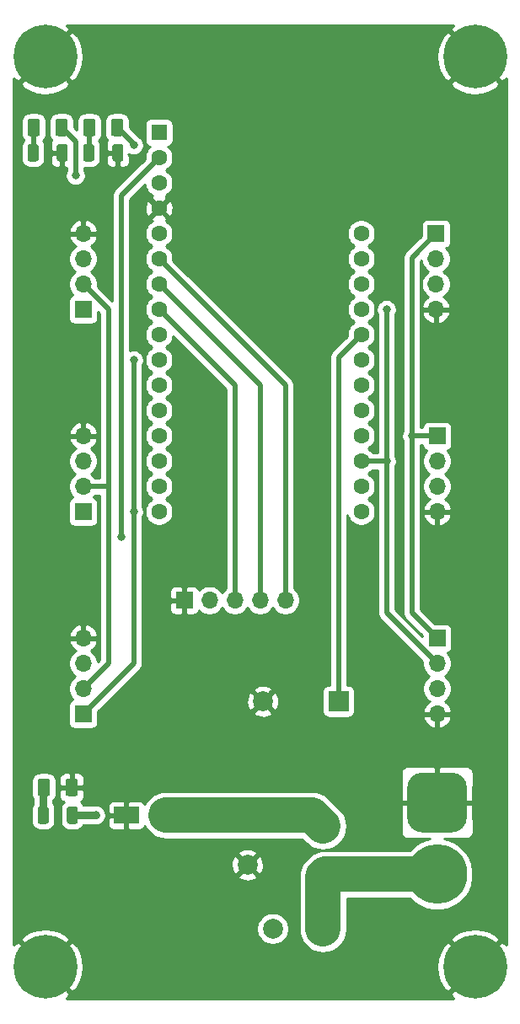
<source format=gtl>
G04 #@! TF.GenerationSoftware,KiCad,Pcbnew,(5.1.10)-1*
G04 #@! TF.CreationDate,2022-02-12T13:03:44-05:00*
G04 #@! TF.ProjectId,M5_BuggyProject,4d355f42-7567-4677-9950-726f6a656374,v1.0*
G04 #@! TF.SameCoordinates,Original*
G04 #@! TF.FileFunction,Copper,L1,Top*
G04 #@! TF.FilePolarity,Positive*
%FSLAX46Y46*%
G04 Gerber Fmt 4.6, Leading zero omitted, Abs format (unit mm)*
G04 Created by KiCad (PCBNEW (5.1.10)-1) date 2022-02-12 13:03:44*
%MOMM*%
%LPD*%
G01*
G04 APERTURE LIST*
G04 #@! TA.AperFunction,ComponentPad*
%ADD10C,1.600000*%
G04 #@! TD*
G04 #@! TA.AperFunction,ComponentPad*
%ADD11R,1.600000X1.600000*%
G04 #@! TD*
G04 #@! TA.AperFunction,ComponentPad*
%ADD12R,1.700000X1.700000*%
G04 #@! TD*
G04 #@! TA.AperFunction,ComponentPad*
%ADD13O,1.700000X1.700000*%
G04 #@! TD*
G04 #@! TA.AperFunction,ComponentPad*
%ADD14R,2.000000X2.000000*%
G04 #@! TD*
G04 #@! TA.AperFunction,ComponentPad*
%ADD15C,2.000000*%
G04 #@! TD*
G04 #@! TA.AperFunction,ComponentPad*
%ADD16O,2.000000X2.000000*%
G04 #@! TD*
G04 #@! TA.AperFunction,ComponentPad*
%ADD17C,6.000000*%
G04 #@! TD*
G04 #@! TA.AperFunction,SMDPad,CuDef*
%ADD18R,2.500000X1.700000*%
G04 #@! TD*
G04 #@! TA.AperFunction,ComponentPad*
%ADD19C,6.400000*%
G04 #@! TD*
G04 #@! TA.AperFunction,ComponentPad*
%ADD20C,0.800000*%
G04 #@! TD*
G04 #@! TA.AperFunction,ViaPad*
%ADD21C,0.800000*%
G04 #@! TD*
G04 #@! TA.AperFunction,Conductor*
%ADD22C,0.508000*%
G04 #@! TD*
G04 #@! TA.AperFunction,Conductor*
%ADD23C,3.556000*%
G04 #@! TD*
G04 #@! TA.AperFunction,Conductor*
%ADD24C,0.762000*%
G04 #@! TD*
G04 #@! TA.AperFunction,Conductor*
%ADD25C,0.254000*%
G04 #@! TD*
G04 #@! TA.AperFunction,Conductor*
%ADD26C,0.100000*%
G04 #@! TD*
G04 APERTURE END LIST*
D10*
G04 #@! TO.P,A1,16*
G04 #@! TO.N,Net-(A1-Pad16)*
X86868000Y-75946000D03*
G04 #@! TO.P,A1,15*
G04 #@! TO.N,Net-(A1-Pad15)*
X86868000Y-73406000D03*
G04 #@! TO.P,A1,14*
G04 #@! TO.N,Net-(A1-Pad14)*
X86868000Y-70866000D03*
G04 #@! TO.P,A1,13*
G04 #@! TO.N,Net-(A1-Pad13)*
X86868000Y-68326000D03*
G04 #@! TO.P,A1,12*
G04 #@! TO.N,Net-(A1-Pad12)*
X86868000Y-65786000D03*
G04 #@! TO.P,A1,11*
G04 #@! TO.N,Net-(A1-Pad11)*
X86868000Y-63246000D03*
G04 #@! TO.P,A1,10*
G04 #@! TO.N,CONFIG_L*
X86868000Y-60706000D03*
G04 #@! TO.P,A1,9*
G04 #@! TO.N,CONFIG_R*
X86868000Y-58166000D03*
G04 #@! TO.P,A1,8*
G04 #@! TO.N,CHANNEL_3*
X86868000Y-55626000D03*
G04 #@! TO.P,A1,7*
G04 #@! TO.N,CHANNEL_2*
X86868000Y-53086000D03*
G04 #@! TO.P,A1,6*
G04 #@! TO.N,CHANNEL_1*
X86868000Y-50546000D03*
G04 #@! TO.P,A1,5*
G04 #@! TO.N,Net-(A1-Pad5)*
X86868000Y-48006000D03*
G04 #@! TO.P,A1,4*
G04 #@! TO.N,GND*
X86868000Y-45466000D03*
G04 #@! TO.P,A1,3*
G04 #@! TO.N,Net-(A1-Pad3)*
X86868000Y-42926000D03*
G04 #@! TO.P,A1,2*
G04 #@! TO.N,+3V3*
X86868000Y-40386000D03*
D11*
G04 #@! TO.P,A1,1*
G04 #@! TO.N,Net-(A1-Pad1)*
X86868000Y-37846000D03*
D10*
G04 #@! TO.P,A1,28*
G04 #@! TO.N,Net-(A1-Pad28)*
X107188000Y-48006000D03*
G04 #@! TO.P,A1,27*
G04 #@! TO.N,Net-(A1-Pad27)*
X107188000Y-50546000D03*
G04 #@! TO.P,A1,26*
G04 #@! TO.N,+5V*
X107188000Y-53086000D03*
G04 #@! TO.P,A1,25*
G04 #@! TO.N,Net-(A1-Pad25)*
X107188000Y-55626000D03*
G04 #@! TO.P,A1,24*
G04 #@! TO.N,BEEP*
X107188000Y-58166000D03*
G04 #@! TO.P,A1,23*
G04 #@! TO.N,Net-(A1-Pad23)*
X107188000Y-60706000D03*
G04 #@! TO.P,A1,22*
G04 #@! TO.N,BIN2*
X107188000Y-63246000D03*
G04 #@! TO.P,A1,21*
G04 #@! TO.N,BIN1*
X107188000Y-65786000D03*
G04 #@! TO.P,A1,20*
G04 #@! TO.N,AIN1*
X107188000Y-68326000D03*
G04 #@! TO.P,A1,19*
G04 #@! TO.N,AIN2*
X107188000Y-70866000D03*
G04 #@! TO.P,A1,18*
G04 #@! TO.N,Net-(A1-Pad18)*
X107188000Y-73406000D03*
G04 #@! TO.P,A1,17*
G04 #@! TO.N,Net-(A1-Pad17)*
X107188000Y-75946000D03*
G04 #@! TD*
D12*
G04 #@! TO.P,A7,1*
G04 #@! TO.N,BIN1*
X79248000Y-96266000D03*
D13*
G04 #@! TO.P,A7,2*
G04 #@! TO.N,BIN2*
X79248000Y-93726000D03*
G04 #@! TO.P,A7,3*
G04 #@! TO.N,+10V*
X79248000Y-91186000D03*
G04 #@! TO.P,A7,4*
G04 #@! TO.N,GND*
X79248000Y-88646000D03*
G04 #@! TD*
D14*
G04 #@! TO.P,C1,1*
G04 #@! TO.N,+10V*
X95758000Y-106426000D03*
D15*
G04 #@! TO.P,C1,2*
G04 #@! TO.N,GND*
X95758000Y-111426000D03*
G04 #@! TD*
G04 #@! TO.P,R1,1*
G04 #@! TO.N,Net-(D3-Pad2)*
G04 #@! TA.AperFunction,SMDPad,CuDef*
G36*
G01*
X74683000Y-107051003D02*
X74683000Y-105800997D01*
G75*
G02*
X74932997Y-105551000I249997J0D01*
G01*
X75558003Y-105551000D01*
G75*
G02*
X75808000Y-105800997I0J-249997D01*
G01*
X75808000Y-107051003D01*
G75*
G02*
X75558003Y-107301000I-249997J0D01*
G01*
X74932997Y-107301000D01*
G75*
G02*
X74683000Y-107051003I0J249997D01*
G01*
G37*
G04 #@! TD.AperFunction*
G04 #@! TO.P,R1,2*
G04 #@! TO.N,+10V*
G04 #@! TA.AperFunction,SMDPad,CuDef*
G36*
G01*
X77608000Y-107051003D02*
X77608000Y-105800997D01*
G75*
G02*
X77857997Y-105551000I249997J0D01*
G01*
X78483003Y-105551000D01*
G75*
G02*
X78733000Y-105800997I0J-249997D01*
G01*
X78733000Y-107051003D01*
G75*
G02*
X78483003Y-107301000I-249997J0D01*
G01*
X77857997Y-107301000D01*
G75*
G02*
X77608000Y-107051003I0J249997D01*
G01*
G37*
G04 #@! TD.AperFunction*
G04 #@! TD*
D14*
G04 #@! TO.P,D1,1*
G04 #@! TO.N,+10V*
X103352600Y-107530000D03*
D16*
G04 #@! TO.P,D1,2*
G04 #@! TO.N,VCC*
X103352600Y-112610000D03*
G04 #@! TD*
D13*
G04 #@! TO.P,A6,4*
G04 #@! TO.N,GND*
X79248000Y-68326000D03*
G04 #@! TO.P,A6,3*
G04 #@! TO.N,+10V*
X79248000Y-70866000D03*
G04 #@! TO.P,A6,2*
G04 #@! TO.N,BIN2*
X79248000Y-73406000D03*
D12*
G04 #@! TO.P,A6,1*
G04 #@! TO.N,BIN1*
X79248000Y-75946000D03*
G04 #@! TD*
D13*
G04 #@! TO.P,A4,4*
G04 #@! TO.N,GND*
X114808000Y-96266000D03*
G04 #@! TO.P,A4,3*
G04 #@! TO.N,+10V*
X114808000Y-93726000D03*
G04 #@! TO.P,A4,2*
G04 #@! TO.N,AIN2*
X114808000Y-91186000D03*
D12*
G04 #@! TO.P,A4,1*
G04 #@! TO.N,AIN1*
X114808000Y-88646000D03*
G04 #@! TD*
D13*
G04 #@! TO.P,A2,4*
G04 #@! TO.N,GND*
X114703001Y-55626000D03*
G04 #@! TO.P,A2,3*
G04 #@! TO.N,+10V*
X114703001Y-53086000D03*
G04 #@! TO.P,A2,2*
G04 #@! TO.N,AIN2*
X114703001Y-50546000D03*
D12*
G04 #@! TO.P,A2,1*
G04 #@! TO.N,AIN1*
X114703001Y-48006000D03*
G04 #@! TD*
G04 #@! TO.P,A3,1*
G04 #@! TO.N,AIN1*
X114808000Y-68326000D03*
D13*
G04 #@! TO.P,A3,2*
G04 #@! TO.N,AIN2*
X114808000Y-70866000D03*
G04 #@! TO.P,A3,3*
G04 #@! TO.N,+10V*
X114808000Y-73406000D03*
G04 #@! TO.P,A3,4*
G04 #@! TO.N,GND*
X114808000Y-75946000D03*
G04 #@! TD*
D12*
G04 #@! TO.P,A5,1*
G04 #@! TO.N,BIN1*
X79248000Y-55626000D03*
D13*
G04 #@! TO.P,A5,2*
G04 #@! TO.N,BIN2*
X79248000Y-53086000D03*
G04 #@! TO.P,A5,3*
G04 #@! TO.N,+10V*
X79248000Y-50546000D03*
G04 #@! TO.P,A5,4*
G04 #@! TO.N,GND*
X79248000Y-48006000D03*
G04 #@! TD*
D17*
G04 #@! TO.P,J1,2*
G04 #@! TO.N,VCC*
X114808000Y-112356000D03*
G04 #@! TO.P,J1,1*
G04 #@! TO.N,GND*
G04 #@! TA.AperFunction,ComponentPad*
G36*
G01*
X113308000Y-102156000D02*
X116308000Y-102156000D01*
G75*
G02*
X117808000Y-103656000I0J-1500000D01*
G01*
X117808000Y-106656000D01*
G75*
G02*
X116308000Y-108156000I-1500000J0D01*
G01*
X113308000Y-108156000D01*
G75*
G02*
X111808000Y-106656000I0J1500000D01*
G01*
X111808000Y-103656000D01*
G75*
G02*
X113308000Y-102156000I1500000J0D01*
G01*
G37*
G04 #@! TD.AperFunction*
G04 #@! TD*
D18*
G04 #@! TO.P,Z1,A*
G04 #@! TO.N,GND*
X83598000Y-106426000D03*
G04 #@! TO.P,Z1,K*
G04 #@! TO.N,+10V*
X87598000Y-106426000D03*
G04 #@! TD*
D19*
G04 #@! TO.P,H1,1*
G04 #@! TO.N,GND*
X75438000Y-30226000D03*
D20*
X77838000Y-30226000D03*
X77135056Y-31923056D03*
X75438000Y-32626000D03*
X73740944Y-31923056D03*
X73038000Y-30226000D03*
X73740944Y-28528944D03*
X75438000Y-27826000D03*
X77135056Y-28528944D03*
G04 #@! TD*
G04 #@! TO.P,H2,1*
G04 #@! TO.N,GND*
X120315056Y-28528944D03*
X118618000Y-27826000D03*
X116920944Y-28528944D03*
X116218000Y-30226000D03*
X116920944Y-31923056D03*
X118618000Y-32626000D03*
X120315056Y-31923056D03*
X121018000Y-30226000D03*
D19*
X118618000Y-30226000D03*
G04 #@! TD*
D20*
G04 #@! TO.P,H3,1*
G04 #@! TO.N,GND*
X120315056Y-119968944D03*
X118618000Y-119266000D03*
X116920944Y-119968944D03*
X116218000Y-121666000D03*
X116920944Y-123363056D03*
X118618000Y-124066000D03*
X120315056Y-123363056D03*
X121018000Y-121666000D03*
D19*
X118618000Y-121666000D03*
G04 #@! TD*
G04 #@! TO.P,H4,1*
G04 #@! TO.N,GND*
X75438000Y-121666000D03*
D20*
X77838000Y-121666000D03*
X77135056Y-123363056D03*
X75438000Y-124066000D03*
X73740944Y-123363056D03*
X73038000Y-121666000D03*
X73740944Y-119968944D03*
X75438000Y-119266000D03*
X77135056Y-119968944D03*
G04 #@! TD*
D14*
G04 #@! TO.P,BZ1,1*
G04 #@! TO.N,BEEP*
X104902000Y-94996000D03*
D15*
G04 #@! TO.P,BZ1,2*
G04 #@! TO.N,GND*
X97302000Y-94996000D03*
G04 #@! TD*
G04 #@! TO.P,R2,2*
G04 #@! TO.N,GND*
G04 #@! TA.AperFunction,SMDPad,CuDef*
G36*
G01*
X76592000Y-40503003D02*
X76592000Y-39252997D01*
G75*
G02*
X76841997Y-39003000I249997J0D01*
G01*
X77467003Y-39003000D01*
G75*
G02*
X77717000Y-39252997I0J-249997D01*
G01*
X77717000Y-40503003D01*
G75*
G02*
X77467003Y-40753000I-249997J0D01*
G01*
X76841997Y-40753000D01*
G75*
G02*
X76592000Y-40503003I0J249997D01*
G01*
G37*
G04 #@! TD.AperFunction*
G04 #@! TO.P,R2,1*
G04 #@! TO.N,Net-(D2-Pad1)*
G04 #@! TA.AperFunction,SMDPad,CuDef*
G36*
G01*
X73667000Y-40503003D02*
X73667000Y-39252997D01*
G75*
G02*
X73916997Y-39003000I249997J0D01*
G01*
X74542003Y-39003000D01*
G75*
G02*
X74792000Y-39252997I0J-249997D01*
G01*
X74792000Y-40503003D01*
G75*
G02*
X74542003Y-40753000I-249997J0D01*
G01*
X73916997Y-40753000D01*
G75*
G02*
X73667000Y-40503003I0J249997D01*
G01*
G37*
G04 #@! TD.AperFunction*
G04 #@! TD*
G04 #@! TO.P,R3,1*
G04 #@! TO.N,Net-(D4-Pad1)*
G04 #@! TA.AperFunction,SMDPad,CuDef*
G36*
G01*
X79255000Y-40503003D02*
X79255000Y-39252997D01*
G75*
G02*
X79504997Y-39003000I249997J0D01*
G01*
X80130003Y-39003000D01*
G75*
G02*
X80380000Y-39252997I0J-249997D01*
G01*
X80380000Y-40503003D01*
G75*
G02*
X80130003Y-40753000I-249997J0D01*
G01*
X79504997Y-40753000D01*
G75*
G02*
X79255000Y-40503003I0J249997D01*
G01*
G37*
G04 #@! TD.AperFunction*
G04 #@! TO.P,R3,2*
G04 #@! TO.N,GND*
G04 #@! TA.AperFunction,SMDPad,CuDef*
G36*
G01*
X82180000Y-40503003D02*
X82180000Y-39252997D01*
G75*
G02*
X82429997Y-39003000I249997J0D01*
G01*
X83055003Y-39003000D01*
G75*
G02*
X83305000Y-39252997I0J-249997D01*
G01*
X83305000Y-40503003D01*
G75*
G02*
X83055003Y-40753000I-249997J0D01*
G01*
X82429997Y-40753000D01*
G75*
G02*
X82180000Y-40503003I0J249997D01*
G01*
G37*
G04 #@! TD.AperFunction*
G04 #@! TD*
G04 #@! TO.P,D2,1*
G04 #@! TO.N,Net-(D2-Pad1)*
G04 #@! TA.AperFunction,SMDPad,CuDef*
G36*
G01*
X73667000Y-37963000D02*
X73667000Y-36713000D01*
G75*
G02*
X73917000Y-36463000I250000J0D01*
G01*
X74667000Y-36463000D01*
G75*
G02*
X74917000Y-36713000I0J-250000D01*
G01*
X74917000Y-37963000D01*
G75*
G02*
X74667000Y-38213000I-250000J0D01*
G01*
X73917000Y-38213000D01*
G75*
G02*
X73667000Y-37963000I0J250000D01*
G01*
G37*
G04 #@! TD.AperFunction*
G04 #@! TO.P,D2,2*
G04 #@! TO.N,CONFIG_L*
G04 #@! TA.AperFunction,SMDPad,CuDef*
G36*
G01*
X76467000Y-37963000D02*
X76467000Y-36713000D01*
G75*
G02*
X76717000Y-36463000I250000J0D01*
G01*
X77467000Y-36463000D01*
G75*
G02*
X77717000Y-36713000I0J-250000D01*
G01*
X77717000Y-37963000D01*
G75*
G02*
X77467000Y-38213000I-250000J0D01*
G01*
X76717000Y-38213000D01*
G75*
G02*
X76467000Y-37963000I0J250000D01*
G01*
G37*
G04 #@! TD.AperFunction*
G04 #@! TD*
G04 #@! TO.P,D3,2*
G04 #@! TO.N,Net-(D3-Pad2)*
G04 #@! TA.AperFunction,SMDPad,CuDef*
G36*
G01*
X75933000Y-103007000D02*
X75933000Y-104257000D01*
G75*
G02*
X75683000Y-104507000I-250000J0D01*
G01*
X74933000Y-104507000D01*
G75*
G02*
X74683000Y-104257000I0J250000D01*
G01*
X74683000Y-103007000D01*
G75*
G02*
X74933000Y-102757000I250000J0D01*
G01*
X75683000Y-102757000D01*
G75*
G02*
X75933000Y-103007000I0J-250000D01*
G01*
G37*
G04 #@! TD.AperFunction*
G04 #@! TO.P,D3,1*
G04 #@! TO.N,GND*
G04 #@! TA.AperFunction,SMDPad,CuDef*
G36*
G01*
X78733000Y-103007000D02*
X78733000Y-104257000D01*
G75*
G02*
X78483000Y-104507000I-250000J0D01*
G01*
X77733000Y-104507000D01*
G75*
G02*
X77483000Y-104257000I0J250000D01*
G01*
X77483000Y-103007000D01*
G75*
G02*
X77733000Y-102757000I250000J0D01*
G01*
X78483000Y-102757000D01*
G75*
G02*
X78733000Y-103007000I0J-250000D01*
G01*
G37*
G04 #@! TD.AperFunction*
G04 #@! TD*
G04 #@! TO.P,D4,1*
G04 #@! TO.N,Net-(D4-Pad1)*
G04 #@! TA.AperFunction,SMDPad,CuDef*
G36*
G01*
X79255000Y-37963000D02*
X79255000Y-36713000D01*
G75*
G02*
X79505000Y-36463000I250000J0D01*
G01*
X80255000Y-36463000D01*
G75*
G02*
X80505000Y-36713000I0J-250000D01*
G01*
X80505000Y-37963000D01*
G75*
G02*
X80255000Y-38213000I-250000J0D01*
G01*
X79505000Y-38213000D01*
G75*
G02*
X79255000Y-37963000I0J250000D01*
G01*
G37*
G04 #@! TD.AperFunction*
G04 #@! TO.P,D4,2*
G04 #@! TO.N,CONFIG_R*
G04 #@! TA.AperFunction,SMDPad,CuDef*
G36*
G01*
X82055000Y-37963000D02*
X82055000Y-36713000D01*
G75*
G02*
X82305000Y-36463000I250000J0D01*
G01*
X83055000Y-36463000D01*
G75*
G02*
X83305000Y-36713000I0J-250000D01*
G01*
X83305000Y-37963000D01*
G75*
G02*
X83055000Y-38213000I-250000J0D01*
G01*
X82305000Y-38213000D01*
G75*
G02*
X82055000Y-37963000I0J250000D01*
G01*
G37*
G04 #@! TD.AperFunction*
G04 #@! TD*
G04 #@! TO.P,J2,1*
G04 #@! TO.N,VCC*
X103352600Y-117856000D03*
G04 #@! TD*
G04 #@! TO.P,J3,1*
G04 #@! TO.N,+10V*
X98298000Y-117831001D03*
G04 #@! TD*
D12*
G04 #@! TO.P,J4,1*
G04 #@! TO.N,GND*
X89408000Y-84836000D03*
D13*
G04 #@! TO.P,J4,2*
G04 #@! TO.N,+3V3*
X91948000Y-84836000D03*
G04 #@! TO.P,J4,3*
G04 #@! TO.N,CHANNEL_3*
X94488000Y-84836000D03*
G04 #@! TO.P,J4,4*
G04 #@! TO.N,CHANNEL_2*
X97028000Y-84836000D03*
G04 #@! TO.P,J4,5*
G04 #@! TO.N,CHANNEL_1*
X99568000Y-84836000D03*
G04 #@! TD*
D21*
G04 #@! TO.N,BIN1*
X84328000Y-60706000D03*
X84328000Y-75946000D03*
G04 #@! TO.N,AIN2*
X109728000Y-70866000D03*
X109728000Y-55626000D03*
G04 #@! TO.N,AIN1*
X112268000Y-68326000D03*
G04 #@! TO.N,+10V*
X80518000Y-106426000D03*
G04 #@! TO.N,CONFIG_R*
X84328000Y-39116000D03*
G04 #@! TO.N,CONFIG_L*
X78486000Y-42164000D03*
G04 #@! TO.N,+3V3*
X83058000Y-78486000D03*
G04 #@! TD*
D22*
G04 #@! TO.N,GND*
X82680000Y-39815500D02*
X82742500Y-39878000D01*
G04 #@! TO.N,BIN2*
X79248000Y-93726000D02*
X81788000Y-91186000D01*
X81788000Y-55626000D02*
X79248000Y-53086000D01*
X81788000Y-73406000D02*
X79248000Y-73406000D01*
X81788000Y-91186000D02*
X81788000Y-73406000D01*
X81788000Y-73406000D02*
X81788000Y-55626000D01*
G04 #@! TO.N,BIN1*
X79248000Y-96266000D02*
X84328000Y-91186000D01*
X84328000Y-91186000D02*
X84328000Y-75946000D01*
X84328000Y-75946000D02*
X84328000Y-75946000D01*
X84328000Y-75946000D02*
X84328000Y-60706000D01*
G04 #@! TO.N,AIN2*
X114808000Y-91186000D02*
X109728000Y-86106000D01*
X109728000Y-70866000D02*
X109728000Y-55626000D01*
X109728000Y-86106000D02*
X109728000Y-84250078D01*
X109728000Y-81026000D02*
X109728000Y-70866000D01*
X109728000Y-86106000D02*
X109728000Y-81026000D01*
X107188000Y-70866000D02*
X109728000Y-70866000D01*
G04 #@! TO.N,AIN1*
X112268000Y-86106000D02*
X114808000Y-88646000D01*
X114703001Y-48006000D02*
X112268000Y-50441001D01*
X112268000Y-68326000D02*
X112268000Y-68326000D01*
X112268000Y-50441001D02*
X112268000Y-68326000D01*
X112268000Y-68326000D02*
X112268000Y-86106000D01*
X112268000Y-68326000D02*
X114808000Y-68326000D01*
D23*
G04 #@! TO.N,VCC*
X103352600Y-112610000D02*
X103352600Y-117856000D01*
X103606600Y-112356000D02*
X103352600Y-112610000D01*
X114808000Y-112356000D02*
X103606600Y-112356000D01*
D24*
G04 #@! TO.N,Net-(D3-Pad2)*
X75245500Y-103694500D02*
X75308000Y-103632000D01*
X75245500Y-106426000D02*
X75245500Y-103694500D01*
D23*
G04 #@! TO.N,+10V*
X102248600Y-106426000D02*
X103352600Y-107530000D01*
X95758000Y-106426000D02*
X102248600Y-106426000D01*
X95758000Y-106426000D02*
X87598000Y-106426000D01*
D24*
X80518000Y-106426000D02*
X78170500Y-106426000D01*
D22*
G04 #@! TO.N,CHANNEL_2*
X97028000Y-63246000D02*
X86868000Y-53086000D01*
X97028000Y-84836000D02*
X97028000Y-63246000D01*
G04 #@! TO.N,CHANNEL_1*
X99568000Y-63246000D02*
X86868000Y-50546000D01*
X99568000Y-84836000D02*
X99568000Y-63246000D01*
G04 #@! TO.N,CHANNEL_3*
X94488000Y-63246000D02*
X86868000Y-55626000D01*
X94488000Y-84836000D02*
X94488000Y-63246000D01*
G04 #@! TO.N,BEEP*
X104902000Y-60452000D02*
X107188000Y-58166000D01*
X104902000Y-94996000D02*
X104902000Y-60452000D01*
G04 #@! TO.N,Net-(D2-Pad1)*
X74229500Y-37400500D02*
X74292000Y-37338000D01*
X74292000Y-39815500D02*
X74229500Y-39878000D01*
X74292000Y-37338000D02*
X74292000Y-39815500D01*
G04 #@! TO.N,Net-(D4-Pad1)*
X79880000Y-39815500D02*
X79817500Y-39878000D01*
X79880000Y-37338000D02*
X79880000Y-39815500D01*
G04 #@! TO.N,CONFIG_R*
X84328000Y-38986000D02*
X82680000Y-37338000D01*
X84328000Y-39116000D02*
X84328000Y-38986000D01*
G04 #@! TO.N,CONFIG_L*
X78362000Y-38608000D02*
X77092000Y-37338000D01*
X78486000Y-38732000D02*
X78362000Y-38608000D01*
X78486000Y-42164000D02*
X78486000Y-42164000D01*
X78486000Y-42164000D02*
X78486000Y-38732000D01*
G04 #@! TO.N,+3V3*
X86868000Y-40386000D02*
X83058000Y-44196000D01*
X83058000Y-44196000D02*
X83058000Y-55626000D01*
X83058000Y-55626000D02*
X83058000Y-63246000D01*
X83058000Y-63246000D02*
X83058000Y-78486000D01*
X83058000Y-78486000D02*
X83058000Y-78486000D01*
G04 #@! TD*
D25*
G04 #@! TO.N,GND*
X116096724Y-27525119D02*
X118618000Y-30046395D01*
X118632143Y-30032253D01*
X118811748Y-30211858D01*
X118797605Y-30226000D01*
X121318881Y-32747276D01*
X121780300Y-32407867D01*
X121780301Y-119484134D01*
X121318881Y-119144724D01*
X118797605Y-121666000D01*
X118811748Y-121680143D01*
X118632143Y-121859748D01*
X118618000Y-121845605D01*
X116096724Y-124366881D01*
X116436133Y-124828300D01*
X77619867Y-124828300D01*
X77959276Y-124366881D01*
X75438000Y-121845605D01*
X75423858Y-121859748D01*
X75244253Y-121680143D01*
X75258395Y-121666000D01*
X75617605Y-121666000D01*
X78138881Y-124187276D01*
X78628548Y-123827088D01*
X78988849Y-123163118D01*
X79212694Y-122441615D01*
X79291480Y-121690305D01*
X79287002Y-121641695D01*
X114764520Y-121641695D01*
X114833822Y-122393938D01*
X115048548Y-123118208D01*
X115400445Y-123786670D01*
X115427452Y-123827088D01*
X115917119Y-124187276D01*
X118438395Y-121666000D01*
X115917119Y-119144724D01*
X115427452Y-119504912D01*
X115067151Y-120168882D01*
X114843306Y-120890385D01*
X114764520Y-121641695D01*
X79287002Y-121641695D01*
X79222178Y-120938062D01*
X79007452Y-120213792D01*
X78655555Y-119545330D01*
X78628548Y-119504912D01*
X78138881Y-119144724D01*
X75617605Y-121666000D01*
X75258395Y-121666000D01*
X72737119Y-119144724D01*
X72275700Y-119484133D01*
X72275700Y-118965119D01*
X72916724Y-118965119D01*
X75438000Y-121486395D01*
X77959276Y-118965119D01*
X77599088Y-118475452D01*
X76935118Y-118115151D01*
X76213615Y-117891306D01*
X75462305Y-117812520D01*
X74710062Y-117881822D01*
X73985792Y-118096548D01*
X73317330Y-118448445D01*
X73276912Y-118475452D01*
X72916724Y-118965119D01*
X72275700Y-118965119D01*
X72275700Y-117669968D01*
X96663000Y-117669968D01*
X96663000Y-117992034D01*
X96725832Y-118307913D01*
X96849082Y-118605464D01*
X97028013Y-118873253D01*
X97255748Y-119100988D01*
X97523537Y-119279919D01*
X97821088Y-119403169D01*
X98136967Y-119466001D01*
X98459033Y-119466001D01*
X98774912Y-119403169D01*
X99072463Y-119279919D01*
X99340252Y-119100988D01*
X99567987Y-118873253D01*
X99746918Y-118605464D01*
X99870168Y-118307913D01*
X99933000Y-117992034D01*
X99933000Y-117669968D01*
X99870168Y-117354089D01*
X99746918Y-117056538D01*
X99567987Y-116788749D01*
X99340252Y-116561014D01*
X99072463Y-116382083D01*
X98774912Y-116258833D01*
X98459033Y-116196001D01*
X98136967Y-116196001D01*
X97821088Y-116258833D01*
X97523537Y-116382083D01*
X97255748Y-116561014D01*
X97028013Y-116788749D01*
X96849082Y-117056538D01*
X96725832Y-117354089D01*
X96663000Y-117669968D01*
X72275700Y-117669968D01*
X72275700Y-112561413D01*
X94802192Y-112561413D01*
X94897956Y-112825814D01*
X95187571Y-112966704D01*
X95499108Y-113048384D01*
X95820595Y-113067718D01*
X96139675Y-113023961D01*
X96444088Y-112918795D01*
X96618044Y-112825814D01*
X96696210Y-112610000D01*
X100927926Y-112610000D01*
X100939600Y-112728530D01*
X100939601Y-117974540D01*
X100974515Y-118329031D01*
X101112493Y-118783883D01*
X101336557Y-119203077D01*
X101638097Y-119570504D01*
X102005524Y-119872044D01*
X102424718Y-120096108D01*
X102879570Y-120234086D01*
X103352600Y-120280675D01*
X103825631Y-120234086D01*
X104280483Y-120096108D01*
X104699677Y-119872044D01*
X105067104Y-119570504D01*
X105368644Y-119203077D01*
X105495835Y-118965119D01*
X116096724Y-118965119D01*
X118618000Y-121486395D01*
X121139276Y-118965119D01*
X120779088Y-118475452D01*
X120115118Y-118115151D01*
X119393615Y-117891306D01*
X118642305Y-117812520D01*
X117890062Y-117881822D01*
X117165792Y-118096548D01*
X116497330Y-118448445D01*
X116456912Y-118475452D01*
X116096724Y-118965119D01*
X105495835Y-118965119D01*
X105592708Y-118783883D01*
X105730686Y-118329031D01*
X105765600Y-117974540D01*
X105765600Y-114769000D01*
X112080334Y-114769000D01*
X112490823Y-115179489D01*
X113086182Y-115577295D01*
X113747710Y-115851309D01*
X114449984Y-115991000D01*
X115166016Y-115991000D01*
X115868290Y-115851309D01*
X116529818Y-115577295D01*
X117125177Y-115179489D01*
X117631489Y-114673177D01*
X118029295Y-114077818D01*
X118303309Y-113416290D01*
X118443000Y-112714016D01*
X118443000Y-111997984D01*
X118303309Y-111295710D01*
X118029295Y-110634182D01*
X117631489Y-110038823D01*
X117125177Y-109532511D01*
X116529818Y-109134705D01*
X115868290Y-108860691D01*
X115520357Y-108791483D01*
X117808000Y-108794072D01*
X117932482Y-108781812D01*
X118052180Y-108745502D01*
X118162494Y-108686537D01*
X118259185Y-108607185D01*
X118338537Y-108510494D01*
X118397502Y-108400180D01*
X118433812Y-108280482D01*
X118446072Y-108156000D01*
X118443000Y-105441750D01*
X118284250Y-105283000D01*
X114935000Y-105283000D01*
X114935000Y-105303000D01*
X114681000Y-105303000D01*
X114681000Y-105283000D01*
X111331750Y-105283000D01*
X111173000Y-105441750D01*
X111169928Y-108156000D01*
X111182188Y-108280482D01*
X111218498Y-108400180D01*
X111277463Y-108510494D01*
X111356815Y-108607185D01*
X111453506Y-108686537D01*
X111563820Y-108745502D01*
X111683518Y-108781812D01*
X111808000Y-108794072D01*
X114095643Y-108791483D01*
X113747710Y-108860691D01*
X113086182Y-109134705D01*
X112490823Y-109532511D01*
X112080334Y-109943000D01*
X103725128Y-109943000D01*
X103606599Y-109931326D01*
X103488070Y-109943000D01*
X103488060Y-109943000D01*
X103133569Y-109977914D01*
X102678717Y-110115892D01*
X102259523Y-110339956D01*
X101892096Y-110641496D01*
X101816529Y-110733575D01*
X101730174Y-110819930D01*
X101638096Y-110895496D01*
X101562533Y-110987570D01*
X101562531Y-110987572D01*
X101336556Y-111262923D01*
X101249390Y-111426000D01*
X101112492Y-111682118D01*
X100974514Y-112136970D01*
X100939600Y-112491461D01*
X100939600Y-112491471D01*
X100927926Y-112610000D01*
X96696210Y-112610000D01*
X96713808Y-112561413D01*
X95758000Y-111605605D01*
X94802192Y-112561413D01*
X72275700Y-112561413D01*
X72275700Y-111488595D01*
X94116282Y-111488595D01*
X94160039Y-111807675D01*
X94265205Y-112112088D01*
X94358186Y-112286044D01*
X94622587Y-112381808D01*
X95578395Y-111426000D01*
X95937605Y-111426000D01*
X96893413Y-112381808D01*
X97157814Y-112286044D01*
X97298704Y-111996429D01*
X97380384Y-111684892D01*
X97399718Y-111363405D01*
X97355961Y-111044325D01*
X97250795Y-110739912D01*
X97157814Y-110565956D01*
X96893413Y-110470192D01*
X95937605Y-111426000D01*
X95578395Y-111426000D01*
X94622587Y-110470192D01*
X94358186Y-110565956D01*
X94217296Y-110855571D01*
X94135616Y-111167108D01*
X94116282Y-111488595D01*
X72275700Y-111488595D01*
X72275700Y-110290587D01*
X94802192Y-110290587D01*
X95758000Y-111246395D01*
X96713808Y-110290587D01*
X96618044Y-110026186D01*
X96328429Y-109885296D01*
X96016892Y-109803616D01*
X95695405Y-109784282D01*
X95376325Y-109828039D01*
X95071912Y-109933205D01*
X94897956Y-110026186D01*
X94802192Y-110290587D01*
X72275700Y-110290587D01*
X72275700Y-103007000D01*
X74044928Y-103007000D01*
X74044928Y-104257000D01*
X74061992Y-104430254D01*
X74112528Y-104596850D01*
X74194595Y-104750386D01*
X74229501Y-104792919D01*
X74229500Y-105265079D01*
X74194595Y-105307612D01*
X74112528Y-105461148D01*
X74061992Y-105627743D01*
X74044928Y-105800997D01*
X74044928Y-107051003D01*
X74061992Y-107224257D01*
X74112528Y-107390852D01*
X74194595Y-107544388D01*
X74305037Y-107678963D01*
X74439612Y-107789405D01*
X74593148Y-107871472D01*
X74759743Y-107922008D01*
X74932997Y-107939072D01*
X75558003Y-107939072D01*
X75731257Y-107922008D01*
X75897852Y-107871472D01*
X76051388Y-107789405D01*
X76185963Y-107678963D01*
X76296405Y-107544388D01*
X76378472Y-107390852D01*
X76429008Y-107224257D01*
X76446072Y-107051003D01*
X76446072Y-105800997D01*
X76429008Y-105627743D01*
X76378472Y-105461148D01*
X76296405Y-105307612D01*
X76261500Y-105265080D01*
X76261500Y-104925554D01*
X76310962Y-104884962D01*
X76421405Y-104750386D01*
X76503472Y-104596850D01*
X76530727Y-104507000D01*
X76844928Y-104507000D01*
X76857188Y-104631482D01*
X76893498Y-104751180D01*
X76952463Y-104861494D01*
X77031815Y-104958185D01*
X77128506Y-105037537D01*
X77238820Y-105096502D01*
X77300498Y-105115212D01*
X77230037Y-105173037D01*
X77119595Y-105307612D01*
X77037528Y-105461148D01*
X76986992Y-105627743D01*
X76969928Y-105800997D01*
X76969928Y-107051003D01*
X76986992Y-107224257D01*
X77037528Y-107390852D01*
X77119595Y-107544388D01*
X77230037Y-107678963D01*
X77364612Y-107789405D01*
X77518148Y-107871472D01*
X77684743Y-107922008D01*
X77857997Y-107939072D01*
X78483003Y-107939072D01*
X78656257Y-107922008D01*
X78822852Y-107871472D01*
X78976388Y-107789405D01*
X79110963Y-107678963D01*
X79221405Y-107544388D01*
X79276133Y-107442000D01*
X80320541Y-107442000D01*
X80416061Y-107461000D01*
X80619939Y-107461000D01*
X80819898Y-107421226D01*
X81008256Y-107343205D01*
X81108835Y-107276000D01*
X81709928Y-107276000D01*
X81722188Y-107400482D01*
X81758498Y-107520180D01*
X81817463Y-107630494D01*
X81896815Y-107727185D01*
X81993506Y-107806537D01*
X82103820Y-107865502D01*
X82223518Y-107901812D01*
X82348000Y-107914072D01*
X83312250Y-107911000D01*
X83471000Y-107752250D01*
X83471000Y-106553000D01*
X81871750Y-106553000D01*
X81713000Y-106711750D01*
X81709928Y-107276000D01*
X81108835Y-107276000D01*
X81177774Y-107229937D01*
X81321937Y-107085774D01*
X81435205Y-106916256D01*
X81513226Y-106727898D01*
X81553000Y-106527939D01*
X81553000Y-106324061D01*
X81513226Y-106124102D01*
X81435205Y-105935744D01*
X81321937Y-105766226D01*
X81177774Y-105622063D01*
X81108836Y-105576000D01*
X81709928Y-105576000D01*
X81713000Y-106140250D01*
X81871750Y-106299000D01*
X83471000Y-106299000D01*
X83471000Y-105099750D01*
X83725000Y-105099750D01*
X83725000Y-106299000D01*
X83745000Y-106299000D01*
X83745000Y-106553000D01*
X83725000Y-106553000D01*
X83725000Y-107752250D01*
X83883750Y-107911000D01*
X84848000Y-107914072D01*
X84972482Y-107901812D01*
X85092180Y-107865502D01*
X85202494Y-107806537D01*
X85299185Y-107727185D01*
X85378537Y-107630494D01*
X85437502Y-107520180D01*
X85440861Y-107509107D01*
X85581956Y-107773077D01*
X85883496Y-108140504D01*
X86250923Y-108442044D01*
X86670117Y-108666108D01*
X87124969Y-108804086D01*
X87479460Y-108839000D01*
X101249103Y-108839000D01*
X101730172Y-109320069D01*
X102005523Y-109546044D01*
X102424716Y-109770108D01*
X102879569Y-109908085D01*
X103352600Y-109954674D01*
X103825631Y-109908085D01*
X104280483Y-109770108D01*
X104699677Y-109546044D01*
X105067104Y-109244504D01*
X105368644Y-108877077D01*
X105592708Y-108457883D01*
X105730685Y-108003031D01*
X105777274Y-107530000D01*
X105730685Y-107056969D01*
X105592708Y-106602116D01*
X105368644Y-106182923D01*
X105142669Y-105907572D01*
X104038669Y-104803572D01*
X103963104Y-104711496D01*
X103595677Y-104409956D01*
X103176483Y-104185892D01*
X102721631Y-104047914D01*
X102367140Y-104013000D01*
X102367129Y-104013000D01*
X102248600Y-104001326D01*
X102130071Y-104013000D01*
X87479460Y-104013000D01*
X87124969Y-104047914D01*
X86670117Y-104185892D01*
X86250923Y-104409956D01*
X85883496Y-104711496D01*
X85581956Y-105078923D01*
X85440861Y-105342893D01*
X85437502Y-105331820D01*
X85378537Y-105221506D01*
X85299185Y-105124815D01*
X85202494Y-105045463D01*
X85092180Y-104986498D01*
X84972482Y-104950188D01*
X84848000Y-104937928D01*
X83883750Y-104941000D01*
X83725000Y-105099750D01*
X83471000Y-105099750D01*
X83312250Y-104941000D01*
X82348000Y-104937928D01*
X82223518Y-104950188D01*
X82103820Y-104986498D01*
X81993506Y-105045463D01*
X81896815Y-105124815D01*
X81817463Y-105221506D01*
X81758498Y-105331820D01*
X81722188Y-105451518D01*
X81709928Y-105576000D01*
X81108836Y-105576000D01*
X81008256Y-105508795D01*
X80819898Y-105430774D01*
X80619939Y-105391000D01*
X80416061Y-105391000D01*
X80320541Y-105410000D01*
X79276133Y-105410000D01*
X79221405Y-105307612D01*
X79110963Y-105173037D01*
X79001720Y-105083385D01*
X79087494Y-105037537D01*
X79184185Y-104958185D01*
X79263537Y-104861494D01*
X79322502Y-104751180D01*
X79358812Y-104631482D01*
X79371072Y-104507000D01*
X79368000Y-103917750D01*
X79209250Y-103759000D01*
X78235000Y-103759000D01*
X78235000Y-103779000D01*
X77981000Y-103779000D01*
X77981000Y-103759000D01*
X77006750Y-103759000D01*
X76848000Y-103917750D01*
X76844928Y-104507000D01*
X76530727Y-104507000D01*
X76554008Y-104430254D01*
X76571072Y-104257000D01*
X76571072Y-103007000D01*
X76554008Y-102833746D01*
X76530728Y-102757000D01*
X76844928Y-102757000D01*
X76848000Y-103346250D01*
X77006750Y-103505000D01*
X77981000Y-103505000D01*
X77981000Y-102280750D01*
X78235000Y-102280750D01*
X78235000Y-103505000D01*
X79209250Y-103505000D01*
X79368000Y-103346250D01*
X79371072Y-102757000D01*
X79358812Y-102632518D01*
X79322502Y-102512820D01*
X79263537Y-102402506D01*
X79184185Y-102305815D01*
X79087494Y-102226463D01*
X78977180Y-102167498D01*
X78939277Y-102156000D01*
X111169928Y-102156000D01*
X111173000Y-104870250D01*
X111331750Y-105029000D01*
X114681000Y-105029000D01*
X114681000Y-101679750D01*
X114935000Y-101679750D01*
X114935000Y-105029000D01*
X118284250Y-105029000D01*
X118443000Y-104870250D01*
X118446072Y-102156000D01*
X118433812Y-102031518D01*
X118397502Y-101911820D01*
X118338537Y-101801506D01*
X118259185Y-101704815D01*
X118162494Y-101625463D01*
X118052180Y-101566498D01*
X117932482Y-101530188D01*
X117808000Y-101517928D01*
X115093750Y-101521000D01*
X114935000Y-101679750D01*
X114681000Y-101679750D01*
X114522250Y-101521000D01*
X111808000Y-101517928D01*
X111683518Y-101530188D01*
X111563820Y-101566498D01*
X111453506Y-101625463D01*
X111356815Y-101704815D01*
X111277463Y-101801506D01*
X111218498Y-101911820D01*
X111182188Y-102031518D01*
X111169928Y-102156000D01*
X78939277Y-102156000D01*
X78857482Y-102131188D01*
X78733000Y-102118928D01*
X78393750Y-102122000D01*
X78235000Y-102280750D01*
X77981000Y-102280750D01*
X77822250Y-102122000D01*
X77483000Y-102118928D01*
X77358518Y-102131188D01*
X77238820Y-102167498D01*
X77128506Y-102226463D01*
X77031815Y-102305815D01*
X76952463Y-102402506D01*
X76893498Y-102512820D01*
X76857188Y-102632518D01*
X76844928Y-102757000D01*
X76530728Y-102757000D01*
X76503472Y-102667150D01*
X76421405Y-102513614D01*
X76310962Y-102379038D01*
X76176386Y-102268595D01*
X76022850Y-102186528D01*
X75856254Y-102135992D01*
X75683000Y-102118928D01*
X74933000Y-102118928D01*
X74759746Y-102135992D01*
X74593150Y-102186528D01*
X74439614Y-102268595D01*
X74305038Y-102379038D01*
X74194595Y-102513614D01*
X74112528Y-102667150D01*
X74061992Y-102833746D01*
X74044928Y-103007000D01*
X72275700Y-103007000D01*
X72275700Y-88289110D01*
X77806524Y-88289110D01*
X77927845Y-88519000D01*
X79121000Y-88519000D01*
X79121000Y-87325186D01*
X79375000Y-87325186D01*
X79375000Y-88519000D01*
X80568155Y-88519000D01*
X80689476Y-88289110D01*
X80644825Y-88141901D01*
X80519641Y-87879080D01*
X80345588Y-87645731D01*
X80129355Y-87450822D01*
X79879252Y-87301843D01*
X79604891Y-87204519D01*
X79375000Y-87325186D01*
X79121000Y-87325186D01*
X78891109Y-87204519D01*
X78616748Y-87301843D01*
X78366645Y-87450822D01*
X78150412Y-87645731D01*
X77976359Y-87879080D01*
X77851175Y-88141901D01*
X77806524Y-88289110D01*
X72275700Y-88289110D01*
X72275700Y-67969110D01*
X77806524Y-67969110D01*
X77927845Y-68199000D01*
X79121000Y-68199000D01*
X79121000Y-67005186D01*
X79375000Y-67005186D01*
X79375000Y-68199000D01*
X80568155Y-68199000D01*
X80689476Y-67969110D01*
X80644825Y-67821901D01*
X80519641Y-67559080D01*
X80345588Y-67325731D01*
X80129355Y-67130822D01*
X79879252Y-66981843D01*
X79604891Y-66884519D01*
X79375000Y-67005186D01*
X79121000Y-67005186D01*
X78891109Y-66884519D01*
X78616748Y-66981843D01*
X78366645Y-67130822D01*
X78150412Y-67325731D01*
X77976359Y-67559080D01*
X77851175Y-67821901D01*
X77806524Y-67969110D01*
X72275700Y-67969110D01*
X72275700Y-54776000D01*
X77759928Y-54776000D01*
X77759928Y-56476000D01*
X77772188Y-56600482D01*
X77808498Y-56720180D01*
X77867463Y-56830494D01*
X77946815Y-56927185D01*
X78043506Y-57006537D01*
X78153820Y-57065502D01*
X78273518Y-57101812D01*
X78398000Y-57114072D01*
X80098000Y-57114072D01*
X80222482Y-57101812D01*
X80342180Y-57065502D01*
X80452494Y-57006537D01*
X80549185Y-56927185D01*
X80628537Y-56830494D01*
X80687502Y-56720180D01*
X80723812Y-56600482D01*
X80736072Y-56476000D01*
X80736072Y-55831308D01*
X80899001Y-55994237D01*
X80899000Y-72517000D01*
X80439983Y-72517000D01*
X80401475Y-72459368D01*
X80194632Y-72252525D01*
X80020240Y-72136000D01*
X80194632Y-72019475D01*
X80401475Y-71812632D01*
X80563990Y-71569411D01*
X80675932Y-71299158D01*
X80733000Y-71012260D01*
X80733000Y-70719740D01*
X80675932Y-70432842D01*
X80563990Y-70162589D01*
X80401475Y-69919368D01*
X80194632Y-69712525D01*
X80012466Y-69590805D01*
X80129355Y-69521178D01*
X80345588Y-69326269D01*
X80519641Y-69092920D01*
X80644825Y-68830099D01*
X80689476Y-68682890D01*
X80568155Y-68453000D01*
X79375000Y-68453000D01*
X79375000Y-68473000D01*
X79121000Y-68473000D01*
X79121000Y-68453000D01*
X77927845Y-68453000D01*
X77806524Y-68682890D01*
X77851175Y-68830099D01*
X77976359Y-69092920D01*
X78150412Y-69326269D01*
X78366645Y-69521178D01*
X78483534Y-69590805D01*
X78301368Y-69712525D01*
X78094525Y-69919368D01*
X77932010Y-70162589D01*
X77820068Y-70432842D01*
X77763000Y-70719740D01*
X77763000Y-71012260D01*
X77820068Y-71299158D01*
X77932010Y-71569411D01*
X78094525Y-71812632D01*
X78301368Y-72019475D01*
X78475760Y-72136000D01*
X78301368Y-72252525D01*
X78094525Y-72459368D01*
X77932010Y-72702589D01*
X77820068Y-72972842D01*
X77763000Y-73259740D01*
X77763000Y-73552260D01*
X77820068Y-73839158D01*
X77932010Y-74109411D01*
X78094525Y-74352632D01*
X78226380Y-74484487D01*
X78153820Y-74506498D01*
X78043506Y-74565463D01*
X77946815Y-74644815D01*
X77867463Y-74741506D01*
X77808498Y-74851820D01*
X77772188Y-74971518D01*
X77759928Y-75096000D01*
X77759928Y-76796000D01*
X77772188Y-76920482D01*
X77808498Y-77040180D01*
X77867463Y-77150494D01*
X77946815Y-77247185D01*
X78043506Y-77326537D01*
X78153820Y-77385502D01*
X78273518Y-77421812D01*
X78398000Y-77434072D01*
X80098000Y-77434072D01*
X80222482Y-77421812D01*
X80342180Y-77385502D01*
X80452494Y-77326537D01*
X80549185Y-77247185D01*
X80628537Y-77150494D01*
X80687502Y-77040180D01*
X80723812Y-76920482D01*
X80736072Y-76796000D01*
X80736072Y-75096000D01*
X80723812Y-74971518D01*
X80687502Y-74851820D01*
X80628537Y-74741506D01*
X80549185Y-74644815D01*
X80452494Y-74565463D01*
X80342180Y-74506498D01*
X80269620Y-74484487D01*
X80401475Y-74352632D01*
X80439983Y-74295000D01*
X80899001Y-74295000D01*
X80899000Y-90817764D01*
X80723713Y-90993051D01*
X80675932Y-90752842D01*
X80563990Y-90482589D01*
X80401475Y-90239368D01*
X80194632Y-90032525D01*
X80012466Y-89910805D01*
X80129355Y-89841178D01*
X80345588Y-89646269D01*
X80519641Y-89412920D01*
X80644825Y-89150099D01*
X80689476Y-89002890D01*
X80568155Y-88773000D01*
X79375000Y-88773000D01*
X79375000Y-88793000D01*
X79121000Y-88793000D01*
X79121000Y-88773000D01*
X77927845Y-88773000D01*
X77806524Y-89002890D01*
X77851175Y-89150099D01*
X77976359Y-89412920D01*
X78150412Y-89646269D01*
X78366645Y-89841178D01*
X78483534Y-89910805D01*
X78301368Y-90032525D01*
X78094525Y-90239368D01*
X77932010Y-90482589D01*
X77820068Y-90752842D01*
X77763000Y-91039740D01*
X77763000Y-91332260D01*
X77820068Y-91619158D01*
X77932010Y-91889411D01*
X78094525Y-92132632D01*
X78301368Y-92339475D01*
X78475760Y-92456000D01*
X78301368Y-92572525D01*
X78094525Y-92779368D01*
X77932010Y-93022589D01*
X77820068Y-93292842D01*
X77763000Y-93579740D01*
X77763000Y-93872260D01*
X77820068Y-94159158D01*
X77932010Y-94429411D01*
X78094525Y-94672632D01*
X78226380Y-94804487D01*
X78153820Y-94826498D01*
X78043506Y-94885463D01*
X77946815Y-94964815D01*
X77867463Y-95061506D01*
X77808498Y-95171820D01*
X77772188Y-95291518D01*
X77759928Y-95416000D01*
X77759928Y-97116000D01*
X77772188Y-97240482D01*
X77808498Y-97360180D01*
X77867463Y-97470494D01*
X77946815Y-97567185D01*
X78043506Y-97646537D01*
X78153820Y-97705502D01*
X78273518Y-97741812D01*
X78398000Y-97754072D01*
X80098000Y-97754072D01*
X80222482Y-97741812D01*
X80342180Y-97705502D01*
X80452494Y-97646537D01*
X80549185Y-97567185D01*
X80628537Y-97470494D01*
X80687502Y-97360180D01*
X80723812Y-97240482D01*
X80736072Y-97116000D01*
X80736072Y-96131413D01*
X96346192Y-96131413D01*
X96441956Y-96395814D01*
X96731571Y-96536704D01*
X97043108Y-96618384D01*
X97364595Y-96637718D01*
X97683675Y-96593961D01*
X97988088Y-96488795D01*
X98162044Y-96395814D01*
X98257808Y-96131413D01*
X97302000Y-95175605D01*
X96346192Y-96131413D01*
X80736072Y-96131413D01*
X80736072Y-96035163D01*
X81712640Y-95058595D01*
X95660282Y-95058595D01*
X95704039Y-95377675D01*
X95809205Y-95682088D01*
X95902186Y-95856044D01*
X96166587Y-95951808D01*
X97122395Y-94996000D01*
X97481605Y-94996000D01*
X98437413Y-95951808D01*
X98701814Y-95856044D01*
X98842704Y-95566429D01*
X98924384Y-95254892D01*
X98943718Y-94933405D01*
X98899961Y-94614325D01*
X98794795Y-94309912D01*
X98701814Y-94135956D01*
X98437413Y-94040192D01*
X97481605Y-94996000D01*
X97122395Y-94996000D01*
X96166587Y-94040192D01*
X95902186Y-94135956D01*
X95761296Y-94425571D01*
X95679616Y-94737108D01*
X95660282Y-95058595D01*
X81712640Y-95058595D01*
X82910648Y-93860587D01*
X96346192Y-93860587D01*
X97302000Y-94816395D01*
X98122395Y-93996000D01*
X103263928Y-93996000D01*
X103263928Y-95996000D01*
X103276188Y-96120482D01*
X103312498Y-96240180D01*
X103371463Y-96350494D01*
X103450815Y-96447185D01*
X103547506Y-96526537D01*
X103657820Y-96585502D01*
X103777518Y-96621812D01*
X103902000Y-96634072D01*
X105902000Y-96634072D01*
X106015536Y-96622890D01*
X113366524Y-96622890D01*
X113411175Y-96770099D01*
X113536359Y-97032920D01*
X113710412Y-97266269D01*
X113926645Y-97461178D01*
X114176748Y-97610157D01*
X114451109Y-97707481D01*
X114681000Y-97586814D01*
X114681000Y-96393000D01*
X114935000Y-96393000D01*
X114935000Y-97586814D01*
X115164891Y-97707481D01*
X115439252Y-97610157D01*
X115689355Y-97461178D01*
X115905588Y-97266269D01*
X116079641Y-97032920D01*
X116204825Y-96770099D01*
X116249476Y-96622890D01*
X116128155Y-96393000D01*
X114935000Y-96393000D01*
X114681000Y-96393000D01*
X113487845Y-96393000D01*
X113366524Y-96622890D01*
X106015536Y-96622890D01*
X106026482Y-96621812D01*
X106146180Y-96585502D01*
X106256494Y-96526537D01*
X106353185Y-96447185D01*
X106432537Y-96350494D01*
X106491502Y-96240180D01*
X106527812Y-96120482D01*
X106540072Y-95996000D01*
X106540072Y-93996000D01*
X106527812Y-93871518D01*
X106491502Y-93751820D01*
X106432537Y-93641506D01*
X106353185Y-93544815D01*
X106256494Y-93465463D01*
X106146180Y-93406498D01*
X106026482Y-93370188D01*
X105902000Y-93357928D01*
X105791000Y-93357928D01*
X105791000Y-76278371D01*
X105808147Y-76364574D01*
X105916320Y-76625727D01*
X106073363Y-76860759D01*
X106273241Y-77060637D01*
X106508273Y-77217680D01*
X106769426Y-77325853D01*
X107046665Y-77381000D01*
X107329335Y-77381000D01*
X107606574Y-77325853D01*
X107867727Y-77217680D01*
X108102759Y-77060637D01*
X108302637Y-76860759D01*
X108459680Y-76625727D01*
X108567853Y-76364574D01*
X108623000Y-76087335D01*
X108623000Y-75804665D01*
X108567853Y-75527426D01*
X108459680Y-75266273D01*
X108302637Y-75031241D01*
X108102759Y-74831363D01*
X107870241Y-74676000D01*
X108102759Y-74520637D01*
X108302637Y-74320759D01*
X108459680Y-74085727D01*
X108567853Y-73824574D01*
X108623000Y-73547335D01*
X108623000Y-73264665D01*
X108567853Y-72987426D01*
X108459680Y-72726273D01*
X108302637Y-72491241D01*
X108102759Y-72291363D01*
X107870241Y-72136000D01*
X108102759Y-71980637D01*
X108302637Y-71780759D01*
X108319849Y-71755000D01*
X108839001Y-71755000D01*
X108839000Y-81069666D01*
X108839001Y-81069676D01*
X108839000Y-86062340D01*
X108834700Y-86106000D01*
X108839000Y-86149660D01*
X108839000Y-86149666D01*
X108850057Y-86261926D01*
X108850255Y-86263932D01*
X108851864Y-86280273D01*
X108902697Y-86447850D01*
X108985247Y-86602290D01*
X109096341Y-86737659D01*
X109130264Y-86765499D01*
X113336522Y-90971758D01*
X113323000Y-91039740D01*
X113323000Y-91332260D01*
X113380068Y-91619158D01*
X113492010Y-91889411D01*
X113654525Y-92132632D01*
X113861368Y-92339475D01*
X114035760Y-92456000D01*
X113861368Y-92572525D01*
X113654525Y-92779368D01*
X113492010Y-93022589D01*
X113380068Y-93292842D01*
X113323000Y-93579740D01*
X113323000Y-93872260D01*
X113380068Y-94159158D01*
X113492010Y-94429411D01*
X113654525Y-94672632D01*
X113861368Y-94879475D01*
X114043534Y-95001195D01*
X113926645Y-95070822D01*
X113710412Y-95265731D01*
X113536359Y-95499080D01*
X113411175Y-95761901D01*
X113366524Y-95909110D01*
X113487845Y-96139000D01*
X114681000Y-96139000D01*
X114681000Y-96119000D01*
X114935000Y-96119000D01*
X114935000Y-96139000D01*
X116128155Y-96139000D01*
X116249476Y-95909110D01*
X116204825Y-95761901D01*
X116079641Y-95499080D01*
X115905588Y-95265731D01*
X115689355Y-95070822D01*
X115572466Y-95001195D01*
X115754632Y-94879475D01*
X115961475Y-94672632D01*
X116123990Y-94429411D01*
X116235932Y-94159158D01*
X116293000Y-93872260D01*
X116293000Y-93579740D01*
X116235932Y-93292842D01*
X116123990Y-93022589D01*
X115961475Y-92779368D01*
X115754632Y-92572525D01*
X115580240Y-92456000D01*
X115754632Y-92339475D01*
X115961475Y-92132632D01*
X116123990Y-91889411D01*
X116235932Y-91619158D01*
X116293000Y-91332260D01*
X116293000Y-91039740D01*
X116235932Y-90752842D01*
X116123990Y-90482589D01*
X115961475Y-90239368D01*
X115829620Y-90107513D01*
X115902180Y-90085502D01*
X116012494Y-90026537D01*
X116109185Y-89947185D01*
X116188537Y-89850494D01*
X116247502Y-89740180D01*
X116283812Y-89620482D01*
X116296072Y-89496000D01*
X116296072Y-87796000D01*
X116283812Y-87671518D01*
X116247502Y-87551820D01*
X116188537Y-87441506D01*
X116109185Y-87344815D01*
X116012494Y-87265463D01*
X115902180Y-87206498D01*
X115782482Y-87170188D01*
X115658000Y-87157928D01*
X114577164Y-87157928D01*
X113157000Y-85737765D01*
X113157000Y-76302890D01*
X113366524Y-76302890D01*
X113411175Y-76450099D01*
X113536359Y-76712920D01*
X113710412Y-76946269D01*
X113926645Y-77141178D01*
X114176748Y-77290157D01*
X114451109Y-77387481D01*
X114681000Y-77266814D01*
X114681000Y-76073000D01*
X114935000Y-76073000D01*
X114935000Y-77266814D01*
X115164891Y-77387481D01*
X115439252Y-77290157D01*
X115689355Y-77141178D01*
X115905588Y-76946269D01*
X116079641Y-76712920D01*
X116204825Y-76450099D01*
X116249476Y-76302890D01*
X116128155Y-76073000D01*
X114935000Y-76073000D01*
X114681000Y-76073000D01*
X113487845Y-76073000D01*
X113366524Y-76302890D01*
X113157000Y-76302890D01*
X113157000Y-69215000D01*
X113323769Y-69215000D01*
X113332188Y-69300482D01*
X113368498Y-69420180D01*
X113427463Y-69530494D01*
X113506815Y-69627185D01*
X113603506Y-69706537D01*
X113713820Y-69765502D01*
X113786380Y-69787513D01*
X113654525Y-69919368D01*
X113492010Y-70162589D01*
X113380068Y-70432842D01*
X113323000Y-70719740D01*
X113323000Y-71012260D01*
X113380068Y-71299158D01*
X113492010Y-71569411D01*
X113654525Y-71812632D01*
X113861368Y-72019475D01*
X114035760Y-72136000D01*
X113861368Y-72252525D01*
X113654525Y-72459368D01*
X113492010Y-72702589D01*
X113380068Y-72972842D01*
X113323000Y-73259740D01*
X113323000Y-73552260D01*
X113380068Y-73839158D01*
X113492010Y-74109411D01*
X113654525Y-74352632D01*
X113861368Y-74559475D01*
X114043534Y-74681195D01*
X113926645Y-74750822D01*
X113710412Y-74945731D01*
X113536359Y-75179080D01*
X113411175Y-75441901D01*
X113366524Y-75589110D01*
X113487845Y-75819000D01*
X114681000Y-75819000D01*
X114681000Y-75799000D01*
X114935000Y-75799000D01*
X114935000Y-75819000D01*
X116128155Y-75819000D01*
X116249476Y-75589110D01*
X116204825Y-75441901D01*
X116079641Y-75179080D01*
X115905588Y-74945731D01*
X115689355Y-74750822D01*
X115572466Y-74681195D01*
X115754632Y-74559475D01*
X115961475Y-74352632D01*
X116123990Y-74109411D01*
X116235932Y-73839158D01*
X116293000Y-73552260D01*
X116293000Y-73259740D01*
X116235932Y-72972842D01*
X116123990Y-72702589D01*
X115961475Y-72459368D01*
X115754632Y-72252525D01*
X115580240Y-72136000D01*
X115754632Y-72019475D01*
X115961475Y-71812632D01*
X116123990Y-71569411D01*
X116235932Y-71299158D01*
X116293000Y-71012260D01*
X116293000Y-70719740D01*
X116235932Y-70432842D01*
X116123990Y-70162589D01*
X115961475Y-69919368D01*
X115829620Y-69787513D01*
X115902180Y-69765502D01*
X116012494Y-69706537D01*
X116109185Y-69627185D01*
X116188537Y-69530494D01*
X116247502Y-69420180D01*
X116283812Y-69300482D01*
X116296072Y-69176000D01*
X116296072Y-67476000D01*
X116283812Y-67351518D01*
X116247502Y-67231820D01*
X116188537Y-67121506D01*
X116109185Y-67024815D01*
X116012494Y-66945463D01*
X115902180Y-66886498D01*
X115782482Y-66850188D01*
X115658000Y-66837928D01*
X113958000Y-66837928D01*
X113833518Y-66850188D01*
X113713820Y-66886498D01*
X113603506Y-66945463D01*
X113506815Y-67024815D01*
X113427463Y-67121506D01*
X113368498Y-67231820D01*
X113332188Y-67351518D01*
X113323769Y-67437000D01*
X113157000Y-67437000D01*
X113157000Y-55982890D01*
X113261525Y-55982890D01*
X113306176Y-56130099D01*
X113431360Y-56392920D01*
X113605413Y-56626269D01*
X113821646Y-56821178D01*
X114071749Y-56970157D01*
X114346110Y-57067481D01*
X114576001Y-56946814D01*
X114576001Y-55753000D01*
X114830001Y-55753000D01*
X114830001Y-56946814D01*
X115059892Y-57067481D01*
X115334253Y-56970157D01*
X115584356Y-56821178D01*
X115800589Y-56626269D01*
X115974642Y-56392920D01*
X116099826Y-56130099D01*
X116144477Y-55982890D01*
X116023156Y-55753000D01*
X114830001Y-55753000D01*
X114576001Y-55753000D01*
X113382846Y-55753000D01*
X113261525Y-55982890D01*
X113157000Y-55982890D01*
X113157000Y-50809236D01*
X113227288Y-50738948D01*
X113275069Y-50979158D01*
X113387011Y-51249411D01*
X113549526Y-51492632D01*
X113756369Y-51699475D01*
X113930761Y-51816000D01*
X113756369Y-51932525D01*
X113549526Y-52139368D01*
X113387011Y-52382589D01*
X113275069Y-52652842D01*
X113218001Y-52939740D01*
X113218001Y-53232260D01*
X113275069Y-53519158D01*
X113387011Y-53789411D01*
X113549526Y-54032632D01*
X113756369Y-54239475D01*
X113938535Y-54361195D01*
X113821646Y-54430822D01*
X113605413Y-54625731D01*
X113431360Y-54859080D01*
X113306176Y-55121901D01*
X113261525Y-55269110D01*
X113382846Y-55499000D01*
X114576001Y-55499000D01*
X114576001Y-55479000D01*
X114830001Y-55479000D01*
X114830001Y-55499000D01*
X116023156Y-55499000D01*
X116144477Y-55269110D01*
X116099826Y-55121901D01*
X115974642Y-54859080D01*
X115800589Y-54625731D01*
X115584356Y-54430822D01*
X115467467Y-54361195D01*
X115649633Y-54239475D01*
X115856476Y-54032632D01*
X116018991Y-53789411D01*
X116130933Y-53519158D01*
X116188001Y-53232260D01*
X116188001Y-52939740D01*
X116130933Y-52652842D01*
X116018991Y-52382589D01*
X115856476Y-52139368D01*
X115649633Y-51932525D01*
X115475241Y-51816000D01*
X115649633Y-51699475D01*
X115856476Y-51492632D01*
X116018991Y-51249411D01*
X116130933Y-50979158D01*
X116188001Y-50692260D01*
X116188001Y-50399740D01*
X116130933Y-50112842D01*
X116018991Y-49842589D01*
X115856476Y-49599368D01*
X115724621Y-49467513D01*
X115797181Y-49445502D01*
X115907495Y-49386537D01*
X116004186Y-49307185D01*
X116083538Y-49210494D01*
X116142503Y-49100180D01*
X116178813Y-48980482D01*
X116191073Y-48856000D01*
X116191073Y-47156000D01*
X116178813Y-47031518D01*
X116142503Y-46911820D01*
X116083538Y-46801506D01*
X116004186Y-46704815D01*
X115907495Y-46625463D01*
X115797181Y-46566498D01*
X115677483Y-46530188D01*
X115553001Y-46517928D01*
X113853001Y-46517928D01*
X113728519Y-46530188D01*
X113608821Y-46566498D01*
X113498507Y-46625463D01*
X113401816Y-46704815D01*
X113322464Y-46801506D01*
X113263499Y-46911820D01*
X113227189Y-47031518D01*
X113214929Y-47156000D01*
X113214929Y-48236836D01*
X111670264Y-49781502D01*
X111636341Y-49809342D01*
X111525247Y-49944711D01*
X111442697Y-50099151D01*
X111391864Y-50266728D01*
X111379000Y-50397335D01*
X111379000Y-50397341D01*
X111374700Y-50441001D01*
X111379000Y-50484661D01*
X111379001Y-67793531D01*
X111350795Y-67835744D01*
X111272774Y-68024102D01*
X111233000Y-68224061D01*
X111233000Y-68427939D01*
X111272774Y-68627898D01*
X111350795Y-68816256D01*
X111379000Y-68858468D01*
X111379001Y-86062330D01*
X111374700Y-86106000D01*
X111391864Y-86280274D01*
X111442698Y-86447852D01*
X111525247Y-86602290D01*
X111525248Y-86602291D01*
X111636342Y-86737659D01*
X111670259Y-86765494D01*
X113319928Y-88415164D01*
X113319928Y-88440692D01*
X110617000Y-85737765D01*
X110617000Y-71398468D01*
X110645205Y-71356256D01*
X110723226Y-71167898D01*
X110763000Y-70967939D01*
X110763000Y-70764061D01*
X110723226Y-70564102D01*
X110645205Y-70375744D01*
X110617000Y-70333532D01*
X110617000Y-56158468D01*
X110645205Y-56116256D01*
X110723226Y-55927898D01*
X110763000Y-55727939D01*
X110763000Y-55524061D01*
X110723226Y-55324102D01*
X110645205Y-55135744D01*
X110531937Y-54966226D01*
X110387774Y-54822063D01*
X110218256Y-54708795D01*
X110029898Y-54630774D01*
X109829939Y-54591000D01*
X109626061Y-54591000D01*
X109426102Y-54630774D01*
X109237744Y-54708795D01*
X109068226Y-54822063D01*
X108924063Y-54966226D01*
X108810795Y-55135744D01*
X108732774Y-55324102D01*
X108693000Y-55524061D01*
X108693000Y-55727939D01*
X108732774Y-55927898D01*
X108810795Y-56116256D01*
X108839001Y-56158469D01*
X108839000Y-69977000D01*
X108319849Y-69977000D01*
X108302637Y-69951241D01*
X108102759Y-69751363D01*
X107870241Y-69596000D01*
X108102759Y-69440637D01*
X108302637Y-69240759D01*
X108459680Y-69005727D01*
X108567853Y-68744574D01*
X108623000Y-68467335D01*
X108623000Y-68184665D01*
X108567853Y-67907426D01*
X108459680Y-67646273D01*
X108302637Y-67411241D01*
X108102759Y-67211363D01*
X107870241Y-67056000D01*
X108102759Y-66900637D01*
X108302637Y-66700759D01*
X108459680Y-66465727D01*
X108567853Y-66204574D01*
X108623000Y-65927335D01*
X108623000Y-65644665D01*
X108567853Y-65367426D01*
X108459680Y-65106273D01*
X108302637Y-64871241D01*
X108102759Y-64671363D01*
X107870241Y-64516000D01*
X108102759Y-64360637D01*
X108302637Y-64160759D01*
X108459680Y-63925727D01*
X108567853Y-63664574D01*
X108623000Y-63387335D01*
X108623000Y-63104665D01*
X108567853Y-62827426D01*
X108459680Y-62566273D01*
X108302637Y-62331241D01*
X108102759Y-62131363D01*
X107870241Y-61976000D01*
X108102759Y-61820637D01*
X108302637Y-61620759D01*
X108459680Y-61385727D01*
X108567853Y-61124574D01*
X108623000Y-60847335D01*
X108623000Y-60564665D01*
X108567853Y-60287426D01*
X108459680Y-60026273D01*
X108302637Y-59791241D01*
X108102759Y-59591363D01*
X107870241Y-59436000D01*
X108102759Y-59280637D01*
X108302637Y-59080759D01*
X108459680Y-58845727D01*
X108567853Y-58584574D01*
X108623000Y-58307335D01*
X108623000Y-58024665D01*
X108567853Y-57747426D01*
X108459680Y-57486273D01*
X108302637Y-57251241D01*
X108102759Y-57051363D01*
X107870241Y-56896000D01*
X108102759Y-56740637D01*
X108302637Y-56540759D01*
X108459680Y-56305727D01*
X108567853Y-56044574D01*
X108623000Y-55767335D01*
X108623000Y-55484665D01*
X108567853Y-55207426D01*
X108459680Y-54946273D01*
X108302637Y-54711241D01*
X108102759Y-54511363D01*
X107870241Y-54356000D01*
X108102759Y-54200637D01*
X108302637Y-54000759D01*
X108459680Y-53765727D01*
X108567853Y-53504574D01*
X108623000Y-53227335D01*
X108623000Y-52944665D01*
X108567853Y-52667426D01*
X108459680Y-52406273D01*
X108302637Y-52171241D01*
X108102759Y-51971363D01*
X107870241Y-51816000D01*
X108102759Y-51660637D01*
X108302637Y-51460759D01*
X108459680Y-51225727D01*
X108567853Y-50964574D01*
X108623000Y-50687335D01*
X108623000Y-50404665D01*
X108567853Y-50127426D01*
X108459680Y-49866273D01*
X108302637Y-49631241D01*
X108102759Y-49431363D01*
X107870241Y-49276000D01*
X108102759Y-49120637D01*
X108302637Y-48920759D01*
X108459680Y-48685727D01*
X108567853Y-48424574D01*
X108623000Y-48147335D01*
X108623000Y-47864665D01*
X108567853Y-47587426D01*
X108459680Y-47326273D01*
X108302637Y-47091241D01*
X108102759Y-46891363D01*
X107867727Y-46734320D01*
X107606574Y-46626147D01*
X107329335Y-46571000D01*
X107046665Y-46571000D01*
X106769426Y-46626147D01*
X106508273Y-46734320D01*
X106273241Y-46891363D01*
X106073363Y-47091241D01*
X105916320Y-47326273D01*
X105808147Y-47587426D01*
X105753000Y-47864665D01*
X105753000Y-48147335D01*
X105808147Y-48424574D01*
X105916320Y-48685727D01*
X106073363Y-48920759D01*
X106273241Y-49120637D01*
X106505759Y-49276000D01*
X106273241Y-49431363D01*
X106073363Y-49631241D01*
X105916320Y-49866273D01*
X105808147Y-50127426D01*
X105753000Y-50404665D01*
X105753000Y-50687335D01*
X105808147Y-50964574D01*
X105916320Y-51225727D01*
X106073363Y-51460759D01*
X106273241Y-51660637D01*
X106505759Y-51816000D01*
X106273241Y-51971363D01*
X106073363Y-52171241D01*
X105916320Y-52406273D01*
X105808147Y-52667426D01*
X105753000Y-52944665D01*
X105753000Y-53227335D01*
X105808147Y-53504574D01*
X105916320Y-53765727D01*
X106073363Y-54000759D01*
X106273241Y-54200637D01*
X106505759Y-54356000D01*
X106273241Y-54511363D01*
X106073363Y-54711241D01*
X105916320Y-54946273D01*
X105808147Y-55207426D01*
X105753000Y-55484665D01*
X105753000Y-55767335D01*
X105808147Y-56044574D01*
X105916320Y-56305727D01*
X106073363Y-56540759D01*
X106273241Y-56740637D01*
X106505759Y-56896000D01*
X106273241Y-57051363D01*
X106073363Y-57251241D01*
X105916320Y-57486273D01*
X105808147Y-57747426D01*
X105753000Y-58024665D01*
X105753000Y-58307335D01*
X105759044Y-58337720D01*
X104304259Y-59792506D01*
X104270342Y-59820341D01*
X104242507Y-59854258D01*
X104242505Y-59854260D01*
X104159248Y-59955709D01*
X104076698Y-60110148D01*
X104025864Y-60277726D01*
X104008700Y-60452000D01*
X104013001Y-60495670D01*
X104013000Y-93357928D01*
X103902000Y-93357928D01*
X103777518Y-93370188D01*
X103657820Y-93406498D01*
X103547506Y-93465463D01*
X103450815Y-93544815D01*
X103371463Y-93641506D01*
X103312498Y-93751820D01*
X103276188Y-93871518D01*
X103263928Y-93996000D01*
X98122395Y-93996000D01*
X98257808Y-93860587D01*
X98162044Y-93596186D01*
X97872429Y-93455296D01*
X97560892Y-93373616D01*
X97239405Y-93354282D01*
X96920325Y-93398039D01*
X96615912Y-93503205D01*
X96441956Y-93596186D01*
X96346192Y-93860587D01*
X82910648Y-93860587D01*
X84925743Y-91845493D01*
X84959659Y-91817659D01*
X85070753Y-91682291D01*
X85153303Y-91527851D01*
X85182002Y-91433242D01*
X85204136Y-91360275D01*
X85206895Y-91332260D01*
X85217000Y-91229667D01*
X85217000Y-91229660D01*
X85221300Y-91186000D01*
X85217000Y-91142340D01*
X85217000Y-85686000D01*
X87919928Y-85686000D01*
X87932188Y-85810482D01*
X87968498Y-85930180D01*
X88027463Y-86040494D01*
X88106815Y-86137185D01*
X88203506Y-86216537D01*
X88313820Y-86275502D01*
X88433518Y-86311812D01*
X88558000Y-86324072D01*
X89122250Y-86321000D01*
X89281000Y-86162250D01*
X89281000Y-84963000D01*
X88081750Y-84963000D01*
X87923000Y-85121750D01*
X87919928Y-85686000D01*
X85217000Y-85686000D01*
X85217000Y-83986000D01*
X87919928Y-83986000D01*
X87923000Y-84550250D01*
X88081750Y-84709000D01*
X89281000Y-84709000D01*
X89281000Y-83509750D01*
X89122250Y-83351000D01*
X88558000Y-83347928D01*
X88433518Y-83360188D01*
X88313820Y-83396498D01*
X88203506Y-83455463D01*
X88106815Y-83534815D01*
X88027463Y-83631506D01*
X87968498Y-83741820D01*
X87932188Y-83861518D01*
X87919928Y-83986000D01*
X85217000Y-83986000D01*
X85217000Y-76478468D01*
X85245205Y-76436256D01*
X85323226Y-76247898D01*
X85363000Y-76047939D01*
X85363000Y-75844061D01*
X85323226Y-75644102D01*
X85245205Y-75455744D01*
X85217000Y-75413532D01*
X85217000Y-61238468D01*
X85245205Y-61196256D01*
X85323226Y-61007898D01*
X85363000Y-60807939D01*
X85363000Y-60604061D01*
X85323226Y-60404102D01*
X85245205Y-60215744D01*
X85131937Y-60046226D01*
X84987774Y-59902063D01*
X84818256Y-59788795D01*
X84629898Y-59710774D01*
X84429939Y-59671000D01*
X84226061Y-59671000D01*
X84026102Y-59710774D01*
X83947000Y-59743539D01*
X83947000Y-47864665D01*
X85433000Y-47864665D01*
X85433000Y-48147335D01*
X85488147Y-48424574D01*
X85596320Y-48685727D01*
X85753363Y-48920759D01*
X85953241Y-49120637D01*
X86185759Y-49276000D01*
X85953241Y-49431363D01*
X85753363Y-49631241D01*
X85596320Y-49866273D01*
X85488147Y-50127426D01*
X85433000Y-50404665D01*
X85433000Y-50687335D01*
X85488147Y-50964574D01*
X85596320Y-51225727D01*
X85753363Y-51460759D01*
X85953241Y-51660637D01*
X86185759Y-51816000D01*
X85953241Y-51971363D01*
X85753363Y-52171241D01*
X85596320Y-52406273D01*
X85488147Y-52667426D01*
X85433000Y-52944665D01*
X85433000Y-53227335D01*
X85488147Y-53504574D01*
X85596320Y-53765727D01*
X85753363Y-54000759D01*
X85953241Y-54200637D01*
X86185759Y-54356000D01*
X85953241Y-54511363D01*
X85753363Y-54711241D01*
X85596320Y-54946273D01*
X85488147Y-55207426D01*
X85433000Y-55484665D01*
X85433000Y-55767335D01*
X85488147Y-56044574D01*
X85596320Y-56305727D01*
X85753363Y-56540759D01*
X85953241Y-56740637D01*
X86185759Y-56896000D01*
X85953241Y-57051363D01*
X85753363Y-57251241D01*
X85596320Y-57486273D01*
X85488147Y-57747426D01*
X85433000Y-58024665D01*
X85433000Y-58307335D01*
X85488147Y-58584574D01*
X85596320Y-58845727D01*
X85753363Y-59080759D01*
X85953241Y-59280637D01*
X86185759Y-59436000D01*
X85953241Y-59591363D01*
X85753363Y-59791241D01*
X85596320Y-60026273D01*
X85488147Y-60287426D01*
X85433000Y-60564665D01*
X85433000Y-60847335D01*
X85488147Y-61124574D01*
X85596320Y-61385727D01*
X85753363Y-61620759D01*
X85953241Y-61820637D01*
X86185759Y-61976000D01*
X85953241Y-62131363D01*
X85753363Y-62331241D01*
X85596320Y-62566273D01*
X85488147Y-62827426D01*
X85433000Y-63104665D01*
X85433000Y-63387335D01*
X85488147Y-63664574D01*
X85596320Y-63925727D01*
X85753363Y-64160759D01*
X85953241Y-64360637D01*
X86185759Y-64516000D01*
X85953241Y-64671363D01*
X85753363Y-64871241D01*
X85596320Y-65106273D01*
X85488147Y-65367426D01*
X85433000Y-65644665D01*
X85433000Y-65927335D01*
X85488147Y-66204574D01*
X85596320Y-66465727D01*
X85753363Y-66700759D01*
X85953241Y-66900637D01*
X86185759Y-67056000D01*
X85953241Y-67211363D01*
X85753363Y-67411241D01*
X85596320Y-67646273D01*
X85488147Y-67907426D01*
X85433000Y-68184665D01*
X85433000Y-68467335D01*
X85488147Y-68744574D01*
X85596320Y-69005727D01*
X85753363Y-69240759D01*
X85953241Y-69440637D01*
X86185759Y-69596000D01*
X85953241Y-69751363D01*
X85753363Y-69951241D01*
X85596320Y-70186273D01*
X85488147Y-70447426D01*
X85433000Y-70724665D01*
X85433000Y-71007335D01*
X85488147Y-71284574D01*
X85596320Y-71545727D01*
X85753363Y-71780759D01*
X85953241Y-71980637D01*
X86185759Y-72136000D01*
X85953241Y-72291363D01*
X85753363Y-72491241D01*
X85596320Y-72726273D01*
X85488147Y-72987426D01*
X85433000Y-73264665D01*
X85433000Y-73547335D01*
X85488147Y-73824574D01*
X85596320Y-74085727D01*
X85753363Y-74320759D01*
X85953241Y-74520637D01*
X86185759Y-74676000D01*
X85953241Y-74831363D01*
X85753363Y-75031241D01*
X85596320Y-75266273D01*
X85488147Y-75527426D01*
X85433000Y-75804665D01*
X85433000Y-76087335D01*
X85488147Y-76364574D01*
X85596320Y-76625727D01*
X85753363Y-76860759D01*
X85953241Y-77060637D01*
X86188273Y-77217680D01*
X86449426Y-77325853D01*
X86726665Y-77381000D01*
X87009335Y-77381000D01*
X87286574Y-77325853D01*
X87547727Y-77217680D01*
X87782759Y-77060637D01*
X87982637Y-76860759D01*
X88139680Y-76625727D01*
X88247853Y-76364574D01*
X88303000Y-76087335D01*
X88303000Y-75804665D01*
X88247853Y-75527426D01*
X88139680Y-75266273D01*
X87982637Y-75031241D01*
X87782759Y-74831363D01*
X87550241Y-74676000D01*
X87782759Y-74520637D01*
X87982637Y-74320759D01*
X88139680Y-74085727D01*
X88247853Y-73824574D01*
X88303000Y-73547335D01*
X88303000Y-73264665D01*
X88247853Y-72987426D01*
X88139680Y-72726273D01*
X87982637Y-72491241D01*
X87782759Y-72291363D01*
X87550241Y-72136000D01*
X87782759Y-71980637D01*
X87982637Y-71780759D01*
X88139680Y-71545727D01*
X88247853Y-71284574D01*
X88303000Y-71007335D01*
X88303000Y-70724665D01*
X88247853Y-70447426D01*
X88139680Y-70186273D01*
X87982637Y-69951241D01*
X87782759Y-69751363D01*
X87550241Y-69596000D01*
X87782759Y-69440637D01*
X87982637Y-69240759D01*
X88139680Y-69005727D01*
X88247853Y-68744574D01*
X88303000Y-68467335D01*
X88303000Y-68184665D01*
X88247853Y-67907426D01*
X88139680Y-67646273D01*
X87982637Y-67411241D01*
X87782759Y-67211363D01*
X87550241Y-67056000D01*
X87782759Y-66900637D01*
X87982637Y-66700759D01*
X88139680Y-66465727D01*
X88247853Y-66204574D01*
X88303000Y-65927335D01*
X88303000Y-65644665D01*
X88247853Y-65367426D01*
X88139680Y-65106273D01*
X87982637Y-64871241D01*
X87782759Y-64671363D01*
X87550241Y-64516000D01*
X87782759Y-64360637D01*
X87982637Y-64160759D01*
X88139680Y-63925727D01*
X88247853Y-63664574D01*
X88303000Y-63387335D01*
X88303000Y-63104665D01*
X88247853Y-62827426D01*
X88139680Y-62566273D01*
X87982637Y-62331241D01*
X87782759Y-62131363D01*
X87550241Y-61976000D01*
X87782759Y-61820637D01*
X87982637Y-61620759D01*
X88139680Y-61385727D01*
X88247853Y-61124574D01*
X88303000Y-60847335D01*
X88303000Y-60564665D01*
X88247853Y-60287426D01*
X88139680Y-60026273D01*
X87982637Y-59791241D01*
X87782759Y-59591363D01*
X87550241Y-59436000D01*
X87782759Y-59280637D01*
X87982637Y-59080759D01*
X88139680Y-58845727D01*
X88247853Y-58584574D01*
X88301192Y-58316427D01*
X93599001Y-63614236D01*
X93599000Y-83644017D01*
X93541368Y-83682525D01*
X93334525Y-83889368D01*
X93218000Y-84063760D01*
X93101475Y-83889368D01*
X92894632Y-83682525D01*
X92651411Y-83520010D01*
X92381158Y-83408068D01*
X92094260Y-83351000D01*
X91801740Y-83351000D01*
X91514842Y-83408068D01*
X91244589Y-83520010D01*
X91001368Y-83682525D01*
X90869513Y-83814380D01*
X90847502Y-83741820D01*
X90788537Y-83631506D01*
X90709185Y-83534815D01*
X90612494Y-83455463D01*
X90502180Y-83396498D01*
X90382482Y-83360188D01*
X90258000Y-83347928D01*
X89693750Y-83351000D01*
X89535000Y-83509750D01*
X89535000Y-84709000D01*
X89555000Y-84709000D01*
X89555000Y-84963000D01*
X89535000Y-84963000D01*
X89535000Y-86162250D01*
X89693750Y-86321000D01*
X90258000Y-86324072D01*
X90382482Y-86311812D01*
X90502180Y-86275502D01*
X90612494Y-86216537D01*
X90709185Y-86137185D01*
X90788537Y-86040494D01*
X90847502Y-85930180D01*
X90869513Y-85857620D01*
X91001368Y-85989475D01*
X91244589Y-86151990D01*
X91514842Y-86263932D01*
X91801740Y-86321000D01*
X92094260Y-86321000D01*
X92381158Y-86263932D01*
X92651411Y-86151990D01*
X92894632Y-85989475D01*
X93101475Y-85782632D01*
X93218000Y-85608240D01*
X93334525Y-85782632D01*
X93541368Y-85989475D01*
X93784589Y-86151990D01*
X94054842Y-86263932D01*
X94341740Y-86321000D01*
X94634260Y-86321000D01*
X94921158Y-86263932D01*
X95191411Y-86151990D01*
X95434632Y-85989475D01*
X95641475Y-85782632D01*
X95758000Y-85608240D01*
X95874525Y-85782632D01*
X96081368Y-85989475D01*
X96324589Y-86151990D01*
X96594842Y-86263932D01*
X96881740Y-86321000D01*
X97174260Y-86321000D01*
X97461158Y-86263932D01*
X97731411Y-86151990D01*
X97974632Y-85989475D01*
X98181475Y-85782632D01*
X98298000Y-85608240D01*
X98414525Y-85782632D01*
X98621368Y-85989475D01*
X98864589Y-86151990D01*
X99134842Y-86263932D01*
X99421740Y-86321000D01*
X99714260Y-86321000D01*
X100001158Y-86263932D01*
X100271411Y-86151990D01*
X100514632Y-85989475D01*
X100721475Y-85782632D01*
X100883990Y-85539411D01*
X100995932Y-85269158D01*
X101053000Y-84982260D01*
X101053000Y-84689740D01*
X100995932Y-84402842D01*
X100883990Y-84132589D01*
X100721475Y-83889368D01*
X100514632Y-83682525D01*
X100457000Y-83644017D01*
X100457000Y-63289659D01*
X100461300Y-63245999D01*
X100457000Y-63202334D01*
X100457000Y-63202333D01*
X100444136Y-63071726D01*
X100444136Y-63071724D01*
X100393302Y-62904147D01*
X100389589Y-62897200D01*
X100310753Y-62749709D01*
X100199659Y-62614341D01*
X100165736Y-62586501D01*
X88296956Y-50717721D01*
X88303000Y-50687335D01*
X88303000Y-50404665D01*
X88247853Y-50127426D01*
X88139680Y-49866273D01*
X87982637Y-49631241D01*
X87782759Y-49431363D01*
X87550241Y-49276000D01*
X87782759Y-49120637D01*
X87982637Y-48920759D01*
X88139680Y-48685727D01*
X88247853Y-48424574D01*
X88303000Y-48147335D01*
X88303000Y-47864665D01*
X88247853Y-47587426D01*
X88139680Y-47326273D01*
X87982637Y-47091241D01*
X87782759Y-46891363D01*
X87548872Y-46735085D01*
X87609514Y-46702671D01*
X87681097Y-46458702D01*
X86868000Y-45645605D01*
X86054903Y-46458702D01*
X86126486Y-46702671D01*
X86190992Y-46733194D01*
X86188273Y-46734320D01*
X85953241Y-46891363D01*
X85753363Y-47091241D01*
X85596320Y-47326273D01*
X85488147Y-47587426D01*
X85433000Y-47864665D01*
X83947000Y-47864665D01*
X83947000Y-45536512D01*
X85427783Y-45536512D01*
X85469213Y-45816130D01*
X85564397Y-46082292D01*
X85631329Y-46207514D01*
X85875298Y-46279097D01*
X86688395Y-45466000D01*
X87047605Y-45466000D01*
X87860702Y-46279097D01*
X88104671Y-46207514D01*
X88225571Y-45952004D01*
X88294300Y-45677816D01*
X88308217Y-45395488D01*
X88266787Y-45115870D01*
X88171603Y-44849708D01*
X88104671Y-44724486D01*
X87860702Y-44652903D01*
X87047605Y-45466000D01*
X86688395Y-45466000D01*
X85875298Y-44652903D01*
X85631329Y-44724486D01*
X85510429Y-44979996D01*
X85441700Y-45254184D01*
X85427783Y-45536512D01*
X83947000Y-45536512D01*
X83947000Y-44564235D01*
X85434809Y-43076427D01*
X85488147Y-43344574D01*
X85596320Y-43605727D01*
X85753363Y-43840759D01*
X85953241Y-44040637D01*
X86187128Y-44196915D01*
X86126486Y-44229329D01*
X86054903Y-44473298D01*
X86868000Y-45286395D01*
X87681097Y-44473298D01*
X87609514Y-44229329D01*
X87545008Y-44198806D01*
X87547727Y-44197680D01*
X87782759Y-44040637D01*
X87982637Y-43840759D01*
X88139680Y-43605727D01*
X88247853Y-43344574D01*
X88303000Y-43067335D01*
X88303000Y-42784665D01*
X88247853Y-42507426D01*
X88139680Y-42246273D01*
X87982637Y-42011241D01*
X87782759Y-41811363D01*
X87550241Y-41656000D01*
X87782759Y-41500637D01*
X87982637Y-41300759D01*
X88139680Y-41065727D01*
X88247853Y-40804574D01*
X88303000Y-40527335D01*
X88303000Y-40244665D01*
X88247853Y-39967426D01*
X88139680Y-39706273D01*
X87982637Y-39471241D01*
X87784039Y-39272643D01*
X87792482Y-39271812D01*
X87912180Y-39235502D01*
X88022494Y-39176537D01*
X88119185Y-39097185D01*
X88198537Y-39000494D01*
X88257502Y-38890180D01*
X88293812Y-38770482D01*
X88306072Y-38646000D01*
X88306072Y-37046000D01*
X88293812Y-36921518D01*
X88257502Y-36801820D01*
X88198537Y-36691506D01*
X88119185Y-36594815D01*
X88022494Y-36515463D01*
X87912180Y-36456498D01*
X87792482Y-36420188D01*
X87668000Y-36407928D01*
X86068000Y-36407928D01*
X85943518Y-36420188D01*
X85823820Y-36456498D01*
X85713506Y-36515463D01*
X85616815Y-36594815D01*
X85537463Y-36691506D01*
X85478498Y-36801820D01*
X85442188Y-36921518D01*
X85429928Y-37046000D01*
X85429928Y-38646000D01*
X85442188Y-38770482D01*
X85478498Y-38890180D01*
X85537463Y-39000494D01*
X85616815Y-39097185D01*
X85713506Y-39176537D01*
X85823820Y-39235502D01*
X85943518Y-39271812D01*
X85951961Y-39272643D01*
X85753363Y-39471241D01*
X85596320Y-39706273D01*
X85488147Y-39967426D01*
X85433000Y-40244665D01*
X85433000Y-40527335D01*
X85439044Y-40557720D01*
X82460264Y-43536501D01*
X82426341Y-43564341D01*
X82398505Y-43598260D01*
X82315248Y-43699709D01*
X82232698Y-43854148D01*
X82181864Y-44021726D01*
X82180094Y-44039700D01*
X82169000Y-44152334D01*
X82169000Y-44152340D01*
X82164700Y-44196000D01*
X82169000Y-44239660D01*
X82169001Y-54749765D01*
X80719477Y-53300242D01*
X80733000Y-53232260D01*
X80733000Y-52939740D01*
X80675932Y-52652842D01*
X80563990Y-52382589D01*
X80401475Y-52139368D01*
X80194632Y-51932525D01*
X80020240Y-51816000D01*
X80194632Y-51699475D01*
X80401475Y-51492632D01*
X80563990Y-51249411D01*
X80675932Y-50979158D01*
X80733000Y-50692260D01*
X80733000Y-50399740D01*
X80675932Y-50112842D01*
X80563990Y-49842589D01*
X80401475Y-49599368D01*
X80194632Y-49392525D01*
X80012466Y-49270805D01*
X80129355Y-49201178D01*
X80345588Y-49006269D01*
X80519641Y-48772920D01*
X80644825Y-48510099D01*
X80689476Y-48362890D01*
X80568155Y-48133000D01*
X79375000Y-48133000D01*
X79375000Y-48153000D01*
X79121000Y-48153000D01*
X79121000Y-48133000D01*
X77927845Y-48133000D01*
X77806524Y-48362890D01*
X77851175Y-48510099D01*
X77976359Y-48772920D01*
X78150412Y-49006269D01*
X78366645Y-49201178D01*
X78483534Y-49270805D01*
X78301368Y-49392525D01*
X78094525Y-49599368D01*
X77932010Y-49842589D01*
X77820068Y-50112842D01*
X77763000Y-50399740D01*
X77763000Y-50692260D01*
X77820068Y-50979158D01*
X77932010Y-51249411D01*
X78094525Y-51492632D01*
X78301368Y-51699475D01*
X78475760Y-51816000D01*
X78301368Y-51932525D01*
X78094525Y-52139368D01*
X77932010Y-52382589D01*
X77820068Y-52652842D01*
X77763000Y-52939740D01*
X77763000Y-53232260D01*
X77820068Y-53519158D01*
X77932010Y-53789411D01*
X78094525Y-54032632D01*
X78226380Y-54164487D01*
X78153820Y-54186498D01*
X78043506Y-54245463D01*
X77946815Y-54324815D01*
X77867463Y-54421506D01*
X77808498Y-54531820D01*
X77772188Y-54651518D01*
X77759928Y-54776000D01*
X72275700Y-54776000D01*
X72275700Y-47649110D01*
X77806524Y-47649110D01*
X77927845Y-47879000D01*
X79121000Y-47879000D01*
X79121000Y-46685186D01*
X79375000Y-46685186D01*
X79375000Y-47879000D01*
X80568155Y-47879000D01*
X80689476Y-47649110D01*
X80644825Y-47501901D01*
X80519641Y-47239080D01*
X80345588Y-47005731D01*
X80129355Y-46810822D01*
X79879252Y-46661843D01*
X79604891Y-46564519D01*
X79375000Y-46685186D01*
X79121000Y-46685186D01*
X78891109Y-46564519D01*
X78616748Y-46661843D01*
X78366645Y-46810822D01*
X78150412Y-47005731D01*
X77976359Y-47239080D01*
X77851175Y-47501901D01*
X77806524Y-47649110D01*
X72275700Y-47649110D01*
X72275700Y-36713000D01*
X73028928Y-36713000D01*
X73028928Y-37963000D01*
X73045992Y-38136254D01*
X73096528Y-38302850D01*
X73178595Y-38456386D01*
X73289038Y-38590962D01*
X73309798Y-38607999D01*
X73289037Y-38625037D01*
X73178595Y-38759612D01*
X73096528Y-38913148D01*
X73045992Y-39079743D01*
X73028928Y-39252997D01*
X73028928Y-40503003D01*
X73045992Y-40676257D01*
X73096528Y-40842852D01*
X73178595Y-40996388D01*
X73289037Y-41130963D01*
X73423612Y-41241405D01*
X73577148Y-41323472D01*
X73743743Y-41374008D01*
X73916997Y-41391072D01*
X74542003Y-41391072D01*
X74715257Y-41374008D01*
X74881852Y-41323472D01*
X75035388Y-41241405D01*
X75169963Y-41130963D01*
X75280405Y-40996388D01*
X75362472Y-40842852D01*
X75389728Y-40753000D01*
X75953928Y-40753000D01*
X75966188Y-40877482D01*
X76002498Y-40997180D01*
X76061463Y-41107494D01*
X76140815Y-41204185D01*
X76237506Y-41283537D01*
X76347820Y-41342502D01*
X76467518Y-41378812D01*
X76592000Y-41391072D01*
X76868750Y-41388000D01*
X77027500Y-41229250D01*
X77027500Y-40005000D01*
X76115750Y-40005000D01*
X75957000Y-40163750D01*
X75953928Y-40753000D01*
X75389728Y-40753000D01*
X75413008Y-40676257D01*
X75430072Y-40503003D01*
X75430072Y-39252997D01*
X75413008Y-39079743D01*
X75362472Y-38913148D01*
X75280405Y-38759612D01*
X75203559Y-38665974D01*
X75294962Y-38590962D01*
X75405405Y-38456386D01*
X75487472Y-38302850D01*
X75538008Y-38136254D01*
X75555072Y-37963000D01*
X75555072Y-36713000D01*
X75828928Y-36713000D01*
X75828928Y-37963000D01*
X75845992Y-38136254D01*
X75896528Y-38302850D01*
X75978595Y-38456386D01*
X76089038Y-38590962D01*
X76100780Y-38600598D01*
X76061463Y-38648506D01*
X76002498Y-38758820D01*
X75966188Y-38878518D01*
X75953928Y-39003000D01*
X75957000Y-39592250D01*
X76115750Y-39751000D01*
X77027500Y-39751000D01*
X77027500Y-39731000D01*
X77281500Y-39731000D01*
X77281500Y-39751000D01*
X77301500Y-39751000D01*
X77301500Y-40005000D01*
X77281500Y-40005000D01*
X77281500Y-41229250D01*
X77440250Y-41388000D01*
X77597000Y-41389740D01*
X77597000Y-41631532D01*
X77568795Y-41673744D01*
X77490774Y-41862102D01*
X77451000Y-42062061D01*
X77451000Y-42265939D01*
X77490774Y-42465898D01*
X77568795Y-42654256D01*
X77682063Y-42823774D01*
X77826226Y-42967937D01*
X77995744Y-43081205D01*
X78184102Y-43159226D01*
X78384061Y-43199000D01*
X78587939Y-43199000D01*
X78787898Y-43159226D01*
X78976256Y-43081205D01*
X79145774Y-42967937D01*
X79289937Y-42823774D01*
X79403205Y-42654256D01*
X79481226Y-42465898D01*
X79521000Y-42265939D01*
X79521000Y-42062061D01*
X79481226Y-41862102D01*
X79403205Y-41673744D01*
X79375000Y-41631532D01*
X79375000Y-41378268D01*
X79504997Y-41391072D01*
X80130003Y-41391072D01*
X80303257Y-41374008D01*
X80469852Y-41323472D01*
X80623388Y-41241405D01*
X80757963Y-41130963D01*
X80868405Y-40996388D01*
X80950472Y-40842852D01*
X80977728Y-40753000D01*
X81541928Y-40753000D01*
X81554188Y-40877482D01*
X81590498Y-40997180D01*
X81649463Y-41107494D01*
X81728815Y-41204185D01*
X81825506Y-41283537D01*
X81935820Y-41342502D01*
X82055518Y-41378812D01*
X82180000Y-41391072D01*
X82456750Y-41388000D01*
X82615500Y-41229250D01*
X82615500Y-40005000D01*
X81703750Y-40005000D01*
X81545000Y-40163750D01*
X81541928Y-40753000D01*
X80977728Y-40753000D01*
X81001008Y-40676257D01*
X81018072Y-40503003D01*
X81018072Y-39252997D01*
X81001008Y-39079743D01*
X80950472Y-38913148D01*
X80868405Y-38759612D01*
X80791559Y-38665974D01*
X80882962Y-38590962D01*
X80993405Y-38456386D01*
X81075472Y-38302850D01*
X81126008Y-38136254D01*
X81143072Y-37963000D01*
X81143072Y-36713000D01*
X81416928Y-36713000D01*
X81416928Y-37963000D01*
X81433992Y-38136254D01*
X81484528Y-38302850D01*
X81566595Y-38456386D01*
X81677038Y-38590962D01*
X81688780Y-38600598D01*
X81649463Y-38648506D01*
X81590498Y-38758820D01*
X81554188Y-38878518D01*
X81541928Y-39003000D01*
X81545000Y-39592250D01*
X81703750Y-39751000D01*
X82615500Y-39751000D01*
X82615500Y-39731000D01*
X82869500Y-39731000D01*
X82869500Y-39751000D01*
X82889500Y-39751000D01*
X82889500Y-40005000D01*
X82869500Y-40005000D01*
X82869500Y-41229250D01*
X83028250Y-41388000D01*
X83305000Y-41391072D01*
X83429482Y-41378812D01*
X83549180Y-41342502D01*
X83659494Y-41283537D01*
X83756185Y-41204185D01*
X83835537Y-41107494D01*
X83894502Y-40997180D01*
X83930812Y-40877482D01*
X83943072Y-40753000D01*
X83940000Y-40163750D01*
X83781252Y-40005002D01*
X83795535Y-40005002D01*
X83837744Y-40033205D01*
X84026102Y-40111226D01*
X84226061Y-40151000D01*
X84429939Y-40151000D01*
X84629898Y-40111226D01*
X84818256Y-40033205D01*
X84987774Y-39919937D01*
X85131937Y-39775774D01*
X85245205Y-39606256D01*
X85323226Y-39417898D01*
X85363000Y-39217939D01*
X85363000Y-39014061D01*
X85323226Y-38814102D01*
X85245205Y-38625744D01*
X85131937Y-38456226D01*
X84987774Y-38312063D01*
X84818256Y-38198795D01*
X84783729Y-38184494D01*
X83943072Y-37343837D01*
X83943072Y-36713000D01*
X83926008Y-36539746D01*
X83875472Y-36373150D01*
X83793405Y-36219614D01*
X83682962Y-36085038D01*
X83548386Y-35974595D01*
X83394850Y-35892528D01*
X83228254Y-35841992D01*
X83055000Y-35824928D01*
X82305000Y-35824928D01*
X82131746Y-35841992D01*
X81965150Y-35892528D01*
X81811614Y-35974595D01*
X81677038Y-36085038D01*
X81566595Y-36219614D01*
X81484528Y-36373150D01*
X81433992Y-36539746D01*
X81416928Y-36713000D01*
X81143072Y-36713000D01*
X81126008Y-36539746D01*
X81075472Y-36373150D01*
X80993405Y-36219614D01*
X80882962Y-36085038D01*
X80748386Y-35974595D01*
X80594850Y-35892528D01*
X80428254Y-35841992D01*
X80255000Y-35824928D01*
X79505000Y-35824928D01*
X79331746Y-35841992D01*
X79165150Y-35892528D01*
X79011614Y-35974595D01*
X78877038Y-36085038D01*
X78766595Y-36219614D01*
X78684528Y-36373150D01*
X78633992Y-36539746D01*
X78616928Y-36713000D01*
X78616928Y-37605692D01*
X78355072Y-37343837D01*
X78355072Y-36713000D01*
X78338008Y-36539746D01*
X78287472Y-36373150D01*
X78205405Y-36219614D01*
X78094962Y-36085038D01*
X77960386Y-35974595D01*
X77806850Y-35892528D01*
X77640254Y-35841992D01*
X77467000Y-35824928D01*
X76717000Y-35824928D01*
X76543746Y-35841992D01*
X76377150Y-35892528D01*
X76223614Y-35974595D01*
X76089038Y-36085038D01*
X75978595Y-36219614D01*
X75896528Y-36373150D01*
X75845992Y-36539746D01*
X75828928Y-36713000D01*
X75555072Y-36713000D01*
X75538008Y-36539746D01*
X75487472Y-36373150D01*
X75405405Y-36219614D01*
X75294962Y-36085038D01*
X75160386Y-35974595D01*
X75006850Y-35892528D01*
X74840254Y-35841992D01*
X74667000Y-35824928D01*
X73917000Y-35824928D01*
X73743746Y-35841992D01*
X73577150Y-35892528D01*
X73423614Y-35974595D01*
X73289038Y-36085038D01*
X73178595Y-36219614D01*
X73096528Y-36373150D01*
X73045992Y-36539746D01*
X73028928Y-36713000D01*
X72275700Y-36713000D01*
X72275700Y-32926881D01*
X72916724Y-32926881D01*
X73276912Y-33416548D01*
X73940882Y-33776849D01*
X74662385Y-34000694D01*
X75413695Y-34079480D01*
X76165938Y-34010178D01*
X76890208Y-33795452D01*
X77558670Y-33443555D01*
X77599088Y-33416548D01*
X77959276Y-32926881D01*
X116096724Y-32926881D01*
X116456912Y-33416548D01*
X117120882Y-33776849D01*
X117842385Y-34000694D01*
X118593695Y-34079480D01*
X119345938Y-34010178D01*
X120070208Y-33795452D01*
X120738670Y-33443555D01*
X120779088Y-33416548D01*
X121139276Y-32926881D01*
X118618000Y-30405605D01*
X116096724Y-32926881D01*
X77959276Y-32926881D01*
X75438000Y-30405605D01*
X72916724Y-32926881D01*
X72275700Y-32926881D01*
X72275700Y-32407867D01*
X72737119Y-32747276D01*
X75258395Y-30226000D01*
X75617605Y-30226000D01*
X78138881Y-32747276D01*
X78628548Y-32387088D01*
X78988849Y-31723118D01*
X79212694Y-31001615D01*
X79291480Y-30250305D01*
X79287002Y-30201695D01*
X114764520Y-30201695D01*
X114833822Y-30953938D01*
X115048548Y-31678208D01*
X115400445Y-32346670D01*
X115427452Y-32387088D01*
X115917119Y-32747276D01*
X118438395Y-30226000D01*
X115917119Y-27704724D01*
X115427452Y-28064912D01*
X115067151Y-28728882D01*
X114843306Y-29450385D01*
X114764520Y-30201695D01*
X79287002Y-30201695D01*
X79222178Y-29498062D01*
X79007452Y-28773792D01*
X78655555Y-28105330D01*
X78628548Y-28064912D01*
X78138881Y-27704724D01*
X75617605Y-30226000D01*
X75258395Y-30226000D01*
X75244253Y-30211858D01*
X75423858Y-30032253D01*
X75438000Y-30046395D01*
X77959276Y-27525119D01*
X77619867Y-27063700D01*
X116436133Y-27063700D01*
X116096724Y-27525119D01*
G04 #@! TA.AperFunction,Conductor*
D26*
G36*
X116096724Y-27525119D02*
G01*
X118618000Y-30046395D01*
X118632143Y-30032253D01*
X118811748Y-30211858D01*
X118797605Y-30226000D01*
X121318881Y-32747276D01*
X121780300Y-32407867D01*
X121780301Y-119484134D01*
X121318881Y-119144724D01*
X118797605Y-121666000D01*
X118811748Y-121680143D01*
X118632143Y-121859748D01*
X118618000Y-121845605D01*
X116096724Y-124366881D01*
X116436133Y-124828300D01*
X77619867Y-124828300D01*
X77959276Y-124366881D01*
X75438000Y-121845605D01*
X75423858Y-121859748D01*
X75244253Y-121680143D01*
X75258395Y-121666000D01*
X75617605Y-121666000D01*
X78138881Y-124187276D01*
X78628548Y-123827088D01*
X78988849Y-123163118D01*
X79212694Y-122441615D01*
X79291480Y-121690305D01*
X79287002Y-121641695D01*
X114764520Y-121641695D01*
X114833822Y-122393938D01*
X115048548Y-123118208D01*
X115400445Y-123786670D01*
X115427452Y-123827088D01*
X115917119Y-124187276D01*
X118438395Y-121666000D01*
X115917119Y-119144724D01*
X115427452Y-119504912D01*
X115067151Y-120168882D01*
X114843306Y-120890385D01*
X114764520Y-121641695D01*
X79287002Y-121641695D01*
X79222178Y-120938062D01*
X79007452Y-120213792D01*
X78655555Y-119545330D01*
X78628548Y-119504912D01*
X78138881Y-119144724D01*
X75617605Y-121666000D01*
X75258395Y-121666000D01*
X72737119Y-119144724D01*
X72275700Y-119484133D01*
X72275700Y-118965119D01*
X72916724Y-118965119D01*
X75438000Y-121486395D01*
X77959276Y-118965119D01*
X77599088Y-118475452D01*
X76935118Y-118115151D01*
X76213615Y-117891306D01*
X75462305Y-117812520D01*
X74710062Y-117881822D01*
X73985792Y-118096548D01*
X73317330Y-118448445D01*
X73276912Y-118475452D01*
X72916724Y-118965119D01*
X72275700Y-118965119D01*
X72275700Y-117669968D01*
X96663000Y-117669968D01*
X96663000Y-117992034D01*
X96725832Y-118307913D01*
X96849082Y-118605464D01*
X97028013Y-118873253D01*
X97255748Y-119100988D01*
X97523537Y-119279919D01*
X97821088Y-119403169D01*
X98136967Y-119466001D01*
X98459033Y-119466001D01*
X98774912Y-119403169D01*
X99072463Y-119279919D01*
X99340252Y-119100988D01*
X99567987Y-118873253D01*
X99746918Y-118605464D01*
X99870168Y-118307913D01*
X99933000Y-117992034D01*
X99933000Y-117669968D01*
X99870168Y-117354089D01*
X99746918Y-117056538D01*
X99567987Y-116788749D01*
X99340252Y-116561014D01*
X99072463Y-116382083D01*
X98774912Y-116258833D01*
X98459033Y-116196001D01*
X98136967Y-116196001D01*
X97821088Y-116258833D01*
X97523537Y-116382083D01*
X97255748Y-116561014D01*
X97028013Y-116788749D01*
X96849082Y-117056538D01*
X96725832Y-117354089D01*
X96663000Y-117669968D01*
X72275700Y-117669968D01*
X72275700Y-112561413D01*
X94802192Y-112561413D01*
X94897956Y-112825814D01*
X95187571Y-112966704D01*
X95499108Y-113048384D01*
X95820595Y-113067718D01*
X96139675Y-113023961D01*
X96444088Y-112918795D01*
X96618044Y-112825814D01*
X96696210Y-112610000D01*
X100927926Y-112610000D01*
X100939600Y-112728530D01*
X100939601Y-117974540D01*
X100974515Y-118329031D01*
X101112493Y-118783883D01*
X101336557Y-119203077D01*
X101638097Y-119570504D01*
X102005524Y-119872044D01*
X102424718Y-120096108D01*
X102879570Y-120234086D01*
X103352600Y-120280675D01*
X103825631Y-120234086D01*
X104280483Y-120096108D01*
X104699677Y-119872044D01*
X105067104Y-119570504D01*
X105368644Y-119203077D01*
X105495835Y-118965119D01*
X116096724Y-118965119D01*
X118618000Y-121486395D01*
X121139276Y-118965119D01*
X120779088Y-118475452D01*
X120115118Y-118115151D01*
X119393615Y-117891306D01*
X118642305Y-117812520D01*
X117890062Y-117881822D01*
X117165792Y-118096548D01*
X116497330Y-118448445D01*
X116456912Y-118475452D01*
X116096724Y-118965119D01*
X105495835Y-118965119D01*
X105592708Y-118783883D01*
X105730686Y-118329031D01*
X105765600Y-117974540D01*
X105765600Y-114769000D01*
X112080334Y-114769000D01*
X112490823Y-115179489D01*
X113086182Y-115577295D01*
X113747710Y-115851309D01*
X114449984Y-115991000D01*
X115166016Y-115991000D01*
X115868290Y-115851309D01*
X116529818Y-115577295D01*
X117125177Y-115179489D01*
X117631489Y-114673177D01*
X118029295Y-114077818D01*
X118303309Y-113416290D01*
X118443000Y-112714016D01*
X118443000Y-111997984D01*
X118303309Y-111295710D01*
X118029295Y-110634182D01*
X117631489Y-110038823D01*
X117125177Y-109532511D01*
X116529818Y-109134705D01*
X115868290Y-108860691D01*
X115520357Y-108791483D01*
X117808000Y-108794072D01*
X117932482Y-108781812D01*
X118052180Y-108745502D01*
X118162494Y-108686537D01*
X118259185Y-108607185D01*
X118338537Y-108510494D01*
X118397502Y-108400180D01*
X118433812Y-108280482D01*
X118446072Y-108156000D01*
X118443000Y-105441750D01*
X118284250Y-105283000D01*
X114935000Y-105283000D01*
X114935000Y-105303000D01*
X114681000Y-105303000D01*
X114681000Y-105283000D01*
X111331750Y-105283000D01*
X111173000Y-105441750D01*
X111169928Y-108156000D01*
X111182188Y-108280482D01*
X111218498Y-108400180D01*
X111277463Y-108510494D01*
X111356815Y-108607185D01*
X111453506Y-108686537D01*
X111563820Y-108745502D01*
X111683518Y-108781812D01*
X111808000Y-108794072D01*
X114095643Y-108791483D01*
X113747710Y-108860691D01*
X113086182Y-109134705D01*
X112490823Y-109532511D01*
X112080334Y-109943000D01*
X103725128Y-109943000D01*
X103606599Y-109931326D01*
X103488070Y-109943000D01*
X103488060Y-109943000D01*
X103133569Y-109977914D01*
X102678717Y-110115892D01*
X102259523Y-110339956D01*
X101892096Y-110641496D01*
X101816529Y-110733575D01*
X101730174Y-110819930D01*
X101638096Y-110895496D01*
X101562533Y-110987570D01*
X101562531Y-110987572D01*
X101336556Y-111262923D01*
X101249390Y-111426000D01*
X101112492Y-111682118D01*
X100974514Y-112136970D01*
X100939600Y-112491461D01*
X100939600Y-112491471D01*
X100927926Y-112610000D01*
X96696210Y-112610000D01*
X96713808Y-112561413D01*
X95758000Y-111605605D01*
X94802192Y-112561413D01*
X72275700Y-112561413D01*
X72275700Y-111488595D01*
X94116282Y-111488595D01*
X94160039Y-111807675D01*
X94265205Y-112112088D01*
X94358186Y-112286044D01*
X94622587Y-112381808D01*
X95578395Y-111426000D01*
X95937605Y-111426000D01*
X96893413Y-112381808D01*
X97157814Y-112286044D01*
X97298704Y-111996429D01*
X97380384Y-111684892D01*
X97399718Y-111363405D01*
X97355961Y-111044325D01*
X97250795Y-110739912D01*
X97157814Y-110565956D01*
X96893413Y-110470192D01*
X95937605Y-111426000D01*
X95578395Y-111426000D01*
X94622587Y-110470192D01*
X94358186Y-110565956D01*
X94217296Y-110855571D01*
X94135616Y-111167108D01*
X94116282Y-111488595D01*
X72275700Y-111488595D01*
X72275700Y-110290587D01*
X94802192Y-110290587D01*
X95758000Y-111246395D01*
X96713808Y-110290587D01*
X96618044Y-110026186D01*
X96328429Y-109885296D01*
X96016892Y-109803616D01*
X95695405Y-109784282D01*
X95376325Y-109828039D01*
X95071912Y-109933205D01*
X94897956Y-110026186D01*
X94802192Y-110290587D01*
X72275700Y-110290587D01*
X72275700Y-103007000D01*
X74044928Y-103007000D01*
X74044928Y-104257000D01*
X74061992Y-104430254D01*
X74112528Y-104596850D01*
X74194595Y-104750386D01*
X74229501Y-104792919D01*
X74229500Y-105265079D01*
X74194595Y-105307612D01*
X74112528Y-105461148D01*
X74061992Y-105627743D01*
X74044928Y-105800997D01*
X74044928Y-107051003D01*
X74061992Y-107224257D01*
X74112528Y-107390852D01*
X74194595Y-107544388D01*
X74305037Y-107678963D01*
X74439612Y-107789405D01*
X74593148Y-107871472D01*
X74759743Y-107922008D01*
X74932997Y-107939072D01*
X75558003Y-107939072D01*
X75731257Y-107922008D01*
X75897852Y-107871472D01*
X76051388Y-107789405D01*
X76185963Y-107678963D01*
X76296405Y-107544388D01*
X76378472Y-107390852D01*
X76429008Y-107224257D01*
X76446072Y-107051003D01*
X76446072Y-105800997D01*
X76429008Y-105627743D01*
X76378472Y-105461148D01*
X76296405Y-105307612D01*
X76261500Y-105265080D01*
X76261500Y-104925554D01*
X76310962Y-104884962D01*
X76421405Y-104750386D01*
X76503472Y-104596850D01*
X76530727Y-104507000D01*
X76844928Y-104507000D01*
X76857188Y-104631482D01*
X76893498Y-104751180D01*
X76952463Y-104861494D01*
X77031815Y-104958185D01*
X77128506Y-105037537D01*
X77238820Y-105096502D01*
X77300498Y-105115212D01*
X77230037Y-105173037D01*
X77119595Y-105307612D01*
X77037528Y-105461148D01*
X76986992Y-105627743D01*
X76969928Y-105800997D01*
X76969928Y-107051003D01*
X76986992Y-107224257D01*
X77037528Y-107390852D01*
X77119595Y-107544388D01*
X77230037Y-107678963D01*
X77364612Y-107789405D01*
X77518148Y-107871472D01*
X77684743Y-107922008D01*
X77857997Y-107939072D01*
X78483003Y-107939072D01*
X78656257Y-107922008D01*
X78822852Y-107871472D01*
X78976388Y-107789405D01*
X79110963Y-107678963D01*
X79221405Y-107544388D01*
X79276133Y-107442000D01*
X80320541Y-107442000D01*
X80416061Y-107461000D01*
X80619939Y-107461000D01*
X80819898Y-107421226D01*
X81008256Y-107343205D01*
X81108835Y-107276000D01*
X81709928Y-107276000D01*
X81722188Y-107400482D01*
X81758498Y-107520180D01*
X81817463Y-107630494D01*
X81896815Y-107727185D01*
X81993506Y-107806537D01*
X82103820Y-107865502D01*
X82223518Y-107901812D01*
X82348000Y-107914072D01*
X83312250Y-107911000D01*
X83471000Y-107752250D01*
X83471000Y-106553000D01*
X81871750Y-106553000D01*
X81713000Y-106711750D01*
X81709928Y-107276000D01*
X81108835Y-107276000D01*
X81177774Y-107229937D01*
X81321937Y-107085774D01*
X81435205Y-106916256D01*
X81513226Y-106727898D01*
X81553000Y-106527939D01*
X81553000Y-106324061D01*
X81513226Y-106124102D01*
X81435205Y-105935744D01*
X81321937Y-105766226D01*
X81177774Y-105622063D01*
X81108836Y-105576000D01*
X81709928Y-105576000D01*
X81713000Y-106140250D01*
X81871750Y-106299000D01*
X83471000Y-106299000D01*
X83471000Y-105099750D01*
X83725000Y-105099750D01*
X83725000Y-106299000D01*
X83745000Y-106299000D01*
X83745000Y-106553000D01*
X83725000Y-106553000D01*
X83725000Y-107752250D01*
X83883750Y-107911000D01*
X84848000Y-107914072D01*
X84972482Y-107901812D01*
X85092180Y-107865502D01*
X85202494Y-107806537D01*
X85299185Y-107727185D01*
X85378537Y-107630494D01*
X85437502Y-107520180D01*
X85440861Y-107509107D01*
X85581956Y-107773077D01*
X85883496Y-108140504D01*
X86250923Y-108442044D01*
X86670117Y-108666108D01*
X87124969Y-108804086D01*
X87479460Y-108839000D01*
X101249103Y-108839000D01*
X101730172Y-109320069D01*
X102005523Y-109546044D01*
X102424716Y-109770108D01*
X102879569Y-109908085D01*
X103352600Y-109954674D01*
X103825631Y-109908085D01*
X104280483Y-109770108D01*
X104699677Y-109546044D01*
X105067104Y-109244504D01*
X105368644Y-108877077D01*
X105592708Y-108457883D01*
X105730685Y-108003031D01*
X105777274Y-107530000D01*
X105730685Y-107056969D01*
X105592708Y-106602116D01*
X105368644Y-106182923D01*
X105142669Y-105907572D01*
X104038669Y-104803572D01*
X103963104Y-104711496D01*
X103595677Y-104409956D01*
X103176483Y-104185892D01*
X102721631Y-104047914D01*
X102367140Y-104013000D01*
X102367129Y-104013000D01*
X102248600Y-104001326D01*
X102130071Y-104013000D01*
X87479460Y-104013000D01*
X87124969Y-104047914D01*
X86670117Y-104185892D01*
X86250923Y-104409956D01*
X85883496Y-104711496D01*
X85581956Y-105078923D01*
X85440861Y-105342893D01*
X85437502Y-105331820D01*
X85378537Y-105221506D01*
X85299185Y-105124815D01*
X85202494Y-105045463D01*
X85092180Y-104986498D01*
X84972482Y-104950188D01*
X84848000Y-104937928D01*
X83883750Y-104941000D01*
X83725000Y-105099750D01*
X83471000Y-105099750D01*
X83312250Y-104941000D01*
X82348000Y-104937928D01*
X82223518Y-104950188D01*
X82103820Y-104986498D01*
X81993506Y-105045463D01*
X81896815Y-105124815D01*
X81817463Y-105221506D01*
X81758498Y-105331820D01*
X81722188Y-105451518D01*
X81709928Y-105576000D01*
X81108836Y-105576000D01*
X81008256Y-105508795D01*
X80819898Y-105430774D01*
X80619939Y-105391000D01*
X80416061Y-105391000D01*
X80320541Y-105410000D01*
X79276133Y-105410000D01*
X79221405Y-105307612D01*
X79110963Y-105173037D01*
X79001720Y-105083385D01*
X79087494Y-105037537D01*
X79184185Y-104958185D01*
X79263537Y-104861494D01*
X79322502Y-104751180D01*
X79358812Y-104631482D01*
X79371072Y-104507000D01*
X79368000Y-103917750D01*
X79209250Y-103759000D01*
X78235000Y-103759000D01*
X78235000Y-103779000D01*
X77981000Y-103779000D01*
X77981000Y-103759000D01*
X77006750Y-103759000D01*
X76848000Y-103917750D01*
X76844928Y-104507000D01*
X76530727Y-104507000D01*
X76554008Y-104430254D01*
X76571072Y-104257000D01*
X76571072Y-103007000D01*
X76554008Y-102833746D01*
X76530728Y-102757000D01*
X76844928Y-102757000D01*
X76848000Y-103346250D01*
X77006750Y-103505000D01*
X77981000Y-103505000D01*
X77981000Y-102280750D01*
X78235000Y-102280750D01*
X78235000Y-103505000D01*
X79209250Y-103505000D01*
X79368000Y-103346250D01*
X79371072Y-102757000D01*
X79358812Y-102632518D01*
X79322502Y-102512820D01*
X79263537Y-102402506D01*
X79184185Y-102305815D01*
X79087494Y-102226463D01*
X78977180Y-102167498D01*
X78939277Y-102156000D01*
X111169928Y-102156000D01*
X111173000Y-104870250D01*
X111331750Y-105029000D01*
X114681000Y-105029000D01*
X114681000Y-101679750D01*
X114935000Y-101679750D01*
X114935000Y-105029000D01*
X118284250Y-105029000D01*
X118443000Y-104870250D01*
X118446072Y-102156000D01*
X118433812Y-102031518D01*
X118397502Y-101911820D01*
X118338537Y-101801506D01*
X118259185Y-101704815D01*
X118162494Y-101625463D01*
X118052180Y-101566498D01*
X117932482Y-101530188D01*
X117808000Y-101517928D01*
X115093750Y-101521000D01*
X114935000Y-101679750D01*
X114681000Y-101679750D01*
X114522250Y-101521000D01*
X111808000Y-101517928D01*
X111683518Y-101530188D01*
X111563820Y-101566498D01*
X111453506Y-101625463D01*
X111356815Y-101704815D01*
X111277463Y-101801506D01*
X111218498Y-101911820D01*
X111182188Y-102031518D01*
X111169928Y-102156000D01*
X78939277Y-102156000D01*
X78857482Y-102131188D01*
X78733000Y-102118928D01*
X78393750Y-102122000D01*
X78235000Y-102280750D01*
X77981000Y-102280750D01*
X77822250Y-102122000D01*
X77483000Y-102118928D01*
X77358518Y-102131188D01*
X77238820Y-102167498D01*
X77128506Y-102226463D01*
X77031815Y-102305815D01*
X76952463Y-102402506D01*
X76893498Y-102512820D01*
X76857188Y-102632518D01*
X76844928Y-102757000D01*
X76530728Y-102757000D01*
X76503472Y-102667150D01*
X76421405Y-102513614D01*
X76310962Y-102379038D01*
X76176386Y-102268595D01*
X76022850Y-102186528D01*
X75856254Y-102135992D01*
X75683000Y-102118928D01*
X74933000Y-102118928D01*
X74759746Y-102135992D01*
X74593150Y-102186528D01*
X74439614Y-102268595D01*
X74305038Y-102379038D01*
X74194595Y-102513614D01*
X74112528Y-102667150D01*
X74061992Y-102833746D01*
X74044928Y-103007000D01*
X72275700Y-103007000D01*
X72275700Y-88289110D01*
X77806524Y-88289110D01*
X77927845Y-88519000D01*
X79121000Y-88519000D01*
X79121000Y-87325186D01*
X79375000Y-87325186D01*
X79375000Y-88519000D01*
X80568155Y-88519000D01*
X80689476Y-88289110D01*
X80644825Y-88141901D01*
X80519641Y-87879080D01*
X80345588Y-87645731D01*
X80129355Y-87450822D01*
X79879252Y-87301843D01*
X79604891Y-87204519D01*
X79375000Y-87325186D01*
X79121000Y-87325186D01*
X78891109Y-87204519D01*
X78616748Y-87301843D01*
X78366645Y-87450822D01*
X78150412Y-87645731D01*
X77976359Y-87879080D01*
X77851175Y-88141901D01*
X77806524Y-88289110D01*
X72275700Y-88289110D01*
X72275700Y-67969110D01*
X77806524Y-67969110D01*
X77927845Y-68199000D01*
X79121000Y-68199000D01*
X79121000Y-67005186D01*
X79375000Y-67005186D01*
X79375000Y-68199000D01*
X80568155Y-68199000D01*
X80689476Y-67969110D01*
X80644825Y-67821901D01*
X80519641Y-67559080D01*
X80345588Y-67325731D01*
X80129355Y-67130822D01*
X79879252Y-66981843D01*
X79604891Y-66884519D01*
X79375000Y-67005186D01*
X79121000Y-67005186D01*
X78891109Y-66884519D01*
X78616748Y-66981843D01*
X78366645Y-67130822D01*
X78150412Y-67325731D01*
X77976359Y-67559080D01*
X77851175Y-67821901D01*
X77806524Y-67969110D01*
X72275700Y-67969110D01*
X72275700Y-54776000D01*
X77759928Y-54776000D01*
X77759928Y-56476000D01*
X77772188Y-56600482D01*
X77808498Y-56720180D01*
X77867463Y-56830494D01*
X77946815Y-56927185D01*
X78043506Y-57006537D01*
X78153820Y-57065502D01*
X78273518Y-57101812D01*
X78398000Y-57114072D01*
X80098000Y-57114072D01*
X80222482Y-57101812D01*
X80342180Y-57065502D01*
X80452494Y-57006537D01*
X80549185Y-56927185D01*
X80628537Y-56830494D01*
X80687502Y-56720180D01*
X80723812Y-56600482D01*
X80736072Y-56476000D01*
X80736072Y-55831308D01*
X80899001Y-55994237D01*
X80899000Y-72517000D01*
X80439983Y-72517000D01*
X80401475Y-72459368D01*
X80194632Y-72252525D01*
X80020240Y-72136000D01*
X80194632Y-72019475D01*
X80401475Y-71812632D01*
X80563990Y-71569411D01*
X80675932Y-71299158D01*
X80733000Y-71012260D01*
X80733000Y-70719740D01*
X80675932Y-70432842D01*
X80563990Y-70162589D01*
X80401475Y-69919368D01*
X80194632Y-69712525D01*
X80012466Y-69590805D01*
X80129355Y-69521178D01*
X80345588Y-69326269D01*
X80519641Y-69092920D01*
X80644825Y-68830099D01*
X80689476Y-68682890D01*
X80568155Y-68453000D01*
X79375000Y-68453000D01*
X79375000Y-68473000D01*
X79121000Y-68473000D01*
X79121000Y-68453000D01*
X77927845Y-68453000D01*
X77806524Y-68682890D01*
X77851175Y-68830099D01*
X77976359Y-69092920D01*
X78150412Y-69326269D01*
X78366645Y-69521178D01*
X78483534Y-69590805D01*
X78301368Y-69712525D01*
X78094525Y-69919368D01*
X77932010Y-70162589D01*
X77820068Y-70432842D01*
X77763000Y-70719740D01*
X77763000Y-71012260D01*
X77820068Y-71299158D01*
X77932010Y-71569411D01*
X78094525Y-71812632D01*
X78301368Y-72019475D01*
X78475760Y-72136000D01*
X78301368Y-72252525D01*
X78094525Y-72459368D01*
X77932010Y-72702589D01*
X77820068Y-72972842D01*
X77763000Y-73259740D01*
X77763000Y-73552260D01*
X77820068Y-73839158D01*
X77932010Y-74109411D01*
X78094525Y-74352632D01*
X78226380Y-74484487D01*
X78153820Y-74506498D01*
X78043506Y-74565463D01*
X77946815Y-74644815D01*
X77867463Y-74741506D01*
X77808498Y-74851820D01*
X77772188Y-74971518D01*
X77759928Y-75096000D01*
X77759928Y-76796000D01*
X77772188Y-76920482D01*
X77808498Y-77040180D01*
X77867463Y-77150494D01*
X77946815Y-77247185D01*
X78043506Y-77326537D01*
X78153820Y-77385502D01*
X78273518Y-77421812D01*
X78398000Y-77434072D01*
X80098000Y-77434072D01*
X80222482Y-77421812D01*
X80342180Y-77385502D01*
X80452494Y-77326537D01*
X80549185Y-77247185D01*
X80628537Y-77150494D01*
X80687502Y-77040180D01*
X80723812Y-76920482D01*
X80736072Y-76796000D01*
X80736072Y-75096000D01*
X80723812Y-74971518D01*
X80687502Y-74851820D01*
X80628537Y-74741506D01*
X80549185Y-74644815D01*
X80452494Y-74565463D01*
X80342180Y-74506498D01*
X80269620Y-74484487D01*
X80401475Y-74352632D01*
X80439983Y-74295000D01*
X80899001Y-74295000D01*
X80899000Y-90817764D01*
X80723713Y-90993051D01*
X80675932Y-90752842D01*
X80563990Y-90482589D01*
X80401475Y-90239368D01*
X80194632Y-90032525D01*
X80012466Y-89910805D01*
X80129355Y-89841178D01*
X80345588Y-89646269D01*
X80519641Y-89412920D01*
X80644825Y-89150099D01*
X80689476Y-89002890D01*
X80568155Y-88773000D01*
X79375000Y-88773000D01*
X79375000Y-88793000D01*
X79121000Y-88793000D01*
X79121000Y-88773000D01*
X77927845Y-88773000D01*
X77806524Y-89002890D01*
X77851175Y-89150099D01*
X77976359Y-89412920D01*
X78150412Y-89646269D01*
X78366645Y-89841178D01*
X78483534Y-89910805D01*
X78301368Y-90032525D01*
X78094525Y-90239368D01*
X77932010Y-90482589D01*
X77820068Y-90752842D01*
X77763000Y-91039740D01*
X77763000Y-91332260D01*
X77820068Y-91619158D01*
X77932010Y-91889411D01*
X78094525Y-92132632D01*
X78301368Y-92339475D01*
X78475760Y-92456000D01*
X78301368Y-92572525D01*
X78094525Y-92779368D01*
X77932010Y-93022589D01*
X77820068Y-93292842D01*
X77763000Y-93579740D01*
X77763000Y-93872260D01*
X77820068Y-94159158D01*
X77932010Y-94429411D01*
X78094525Y-94672632D01*
X78226380Y-94804487D01*
X78153820Y-94826498D01*
X78043506Y-94885463D01*
X77946815Y-94964815D01*
X77867463Y-95061506D01*
X77808498Y-95171820D01*
X77772188Y-95291518D01*
X77759928Y-95416000D01*
X77759928Y-97116000D01*
X77772188Y-97240482D01*
X77808498Y-97360180D01*
X77867463Y-97470494D01*
X77946815Y-97567185D01*
X78043506Y-97646537D01*
X78153820Y-97705502D01*
X78273518Y-97741812D01*
X78398000Y-97754072D01*
X80098000Y-97754072D01*
X80222482Y-97741812D01*
X80342180Y-97705502D01*
X80452494Y-97646537D01*
X80549185Y-97567185D01*
X80628537Y-97470494D01*
X80687502Y-97360180D01*
X80723812Y-97240482D01*
X80736072Y-97116000D01*
X80736072Y-96131413D01*
X96346192Y-96131413D01*
X96441956Y-96395814D01*
X96731571Y-96536704D01*
X97043108Y-96618384D01*
X97364595Y-96637718D01*
X97683675Y-96593961D01*
X97988088Y-96488795D01*
X98162044Y-96395814D01*
X98257808Y-96131413D01*
X97302000Y-95175605D01*
X96346192Y-96131413D01*
X80736072Y-96131413D01*
X80736072Y-96035163D01*
X81712640Y-95058595D01*
X95660282Y-95058595D01*
X95704039Y-95377675D01*
X95809205Y-95682088D01*
X95902186Y-95856044D01*
X96166587Y-95951808D01*
X97122395Y-94996000D01*
X97481605Y-94996000D01*
X98437413Y-95951808D01*
X98701814Y-95856044D01*
X98842704Y-95566429D01*
X98924384Y-95254892D01*
X98943718Y-94933405D01*
X98899961Y-94614325D01*
X98794795Y-94309912D01*
X98701814Y-94135956D01*
X98437413Y-94040192D01*
X97481605Y-94996000D01*
X97122395Y-94996000D01*
X96166587Y-94040192D01*
X95902186Y-94135956D01*
X95761296Y-94425571D01*
X95679616Y-94737108D01*
X95660282Y-95058595D01*
X81712640Y-95058595D01*
X82910648Y-93860587D01*
X96346192Y-93860587D01*
X97302000Y-94816395D01*
X98122395Y-93996000D01*
X103263928Y-93996000D01*
X103263928Y-95996000D01*
X103276188Y-96120482D01*
X103312498Y-96240180D01*
X103371463Y-96350494D01*
X103450815Y-96447185D01*
X103547506Y-96526537D01*
X103657820Y-96585502D01*
X103777518Y-96621812D01*
X103902000Y-96634072D01*
X105902000Y-96634072D01*
X106015536Y-96622890D01*
X113366524Y-96622890D01*
X113411175Y-96770099D01*
X113536359Y-97032920D01*
X113710412Y-97266269D01*
X113926645Y-97461178D01*
X114176748Y-97610157D01*
X114451109Y-97707481D01*
X114681000Y-97586814D01*
X114681000Y-96393000D01*
X114935000Y-96393000D01*
X114935000Y-97586814D01*
X115164891Y-97707481D01*
X115439252Y-97610157D01*
X115689355Y-97461178D01*
X115905588Y-97266269D01*
X116079641Y-97032920D01*
X116204825Y-96770099D01*
X116249476Y-96622890D01*
X116128155Y-96393000D01*
X114935000Y-96393000D01*
X114681000Y-96393000D01*
X113487845Y-96393000D01*
X113366524Y-96622890D01*
X106015536Y-96622890D01*
X106026482Y-96621812D01*
X106146180Y-96585502D01*
X106256494Y-96526537D01*
X106353185Y-96447185D01*
X106432537Y-96350494D01*
X106491502Y-96240180D01*
X106527812Y-96120482D01*
X106540072Y-95996000D01*
X106540072Y-93996000D01*
X106527812Y-93871518D01*
X106491502Y-93751820D01*
X106432537Y-93641506D01*
X106353185Y-93544815D01*
X106256494Y-93465463D01*
X106146180Y-93406498D01*
X106026482Y-93370188D01*
X105902000Y-93357928D01*
X105791000Y-93357928D01*
X105791000Y-76278371D01*
X105808147Y-76364574D01*
X105916320Y-76625727D01*
X106073363Y-76860759D01*
X106273241Y-77060637D01*
X106508273Y-77217680D01*
X106769426Y-77325853D01*
X107046665Y-77381000D01*
X107329335Y-77381000D01*
X107606574Y-77325853D01*
X107867727Y-77217680D01*
X108102759Y-77060637D01*
X108302637Y-76860759D01*
X108459680Y-76625727D01*
X108567853Y-76364574D01*
X108623000Y-76087335D01*
X108623000Y-75804665D01*
X108567853Y-75527426D01*
X108459680Y-75266273D01*
X108302637Y-75031241D01*
X108102759Y-74831363D01*
X107870241Y-74676000D01*
X108102759Y-74520637D01*
X108302637Y-74320759D01*
X108459680Y-74085727D01*
X108567853Y-73824574D01*
X108623000Y-73547335D01*
X108623000Y-73264665D01*
X108567853Y-72987426D01*
X108459680Y-72726273D01*
X108302637Y-72491241D01*
X108102759Y-72291363D01*
X107870241Y-72136000D01*
X108102759Y-71980637D01*
X108302637Y-71780759D01*
X108319849Y-71755000D01*
X108839001Y-71755000D01*
X108839000Y-81069666D01*
X108839001Y-81069676D01*
X108839000Y-86062340D01*
X108834700Y-86106000D01*
X108839000Y-86149660D01*
X108839000Y-86149666D01*
X108850057Y-86261926D01*
X108850255Y-86263932D01*
X108851864Y-86280273D01*
X108902697Y-86447850D01*
X108985247Y-86602290D01*
X109096341Y-86737659D01*
X109130264Y-86765499D01*
X113336522Y-90971758D01*
X113323000Y-91039740D01*
X113323000Y-91332260D01*
X113380068Y-91619158D01*
X113492010Y-91889411D01*
X113654525Y-92132632D01*
X113861368Y-92339475D01*
X114035760Y-92456000D01*
X113861368Y-92572525D01*
X113654525Y-92779368D01*
X113492010Y-93022589D01*
X113380068Y-93292842D01*
X113323000Y-93579740D01*
X113323000Y-93872260D01*
X113380068Y-94159158D01*
X113492010Y-94429411D01*
X113654525Y-94672632D01*
X113861368Y-94879475D01*
X114043534Y-95001195D01*
X113926645Y-95070822D01*
X113710412Y-95265731D01*
X113536359Y-95499080D01*
X113411175Y-95761901D01*
X113366524Y-95909110D01*
X113487845Y-96139000D01*
X114681000Y-96139000D01*
X114681000Y-96119000D01*
X114935000Y-96119000D01*
X114935000Y-96139000D01*
X116128155Y-96139000D01*
X116249476Y-95909110D01*
X116204825Y-95761901D01*
X116079641Y-95499080D01*
X115905588Y-95265731D01*
X115689355Y-95070822D01*
X115572466Y-95001195D01*
X115754632Y-94879475D01*
X115961475Y-94672632D01*
X116123990Y-94429411D01*
X116235932Y-94159158D01*
X116293000Y-93872260D01*
X116293000Y-93579740D01*
X116235932Y-93292842D01*
X116123990Y-93022589D01*
X115961475Y-92779368D01*
X115754632Y-92572525D01*
X115580240Y-92456000D01*
X115754632Y-92339475D01*
X115961475Y-92132632D01*
X116123990Y-91889411D01*
X116235932Y-91619158D01*
X116293000Y-91332260D01*
X116293000Y-91039740D01*
X116235932Y-90752842D01*
X116123990Y-90482589D01*
X115961475Y-90239368D01*
X115829620Y-90107513D01*
X115902180Y-90085502D01*
X116012494Y-90026537D01*
X116109185Y-89947185D01*
X116188537Y-89850494D01*
X116247502Y-89740180D01*
X116283812Y-89620482D01*
X116296072Y-89496000D01*
X116296072Y-87796000D01*
X116283812Y-87671518D01*
X116247502Y-87551820D01*
X116188537Y-87441506D01*
X116109185Y-87344815D01*
X116012494Y-87265463D01*
X115902180Y-87206498D01*
X115782482Y-87170188D01*
X115658000Y-87157928D01*
X114577164Y-87157928D01*
X113157000Y-85737765D01*
X113157000Y-76302890D01*
X113366524Y-76302890D01*
X113411175Y-76450099D01*
X113536359Y-76712920D01*
X113710412Y-76946269D01*
X113926645Y-77141178D01*
X114176748Y-77290157D01*
X114451109Y-77387481D01*
X114681000Y-77266814D01*
X114681000Y-76073000D01*
X114935000Y-76073000D01*
X114935000Y-77266814D01*
X115164891Y-77387481D01*
X115439252Y-77290157D01*
X115689355Y-77141178D01*
X115905588Y-76946269D01*
X116079641Y-76712920D01*
X116204825Y-76450099D01*
X116249476Y-76302890D01*
X116128155Y-76073000D01*
X114935000Y-76073000D01*
X114681000Y-76073000D01*
X113487845Y-76073000D01*
X113366524Y-76302890D01*
X113157000Y-76302890D01*
X113157000Y-69215000D01*
X113323769Y-69215000D01*
X113332188Y-69300482D01*
X113368498Y-69420180D01*
X113427463Y-69530494D01*
X113506815Y-69627185D01*
X113603506Y-69706537D01*
X113713820Y-69765502D01*
X113786380Y-69787513D01*
X113654525Y-69919368D01*
X113492010Y-70162589D01*
X113380068Y-70432842D01*
X113323000Y-70719740D01*
X113323000Y-71012260D01*
X113380068Y-71299158D01*
X113492010Y-71569411D01*
X113654525Y-71812632D01*
X113861368Y-72019475D01*
X114035760Y-72136000D01*
X113861368Y-72252525D01*
X113654525Y-72459368D01*
X113492010Y-72702589D01*
X113380068Y-72972842D01*
X113323000Y-73259740D01*
X113323000Y-73552260D01*
X113380068Y-73839158D01*
X113492010Y-74109411D01*
X113654525Y-74352632D01*
X113861368Y-74559475D01*
X114043534Y-74681195D01*
X113926645Y-74750822D01*
X113710412Y-74945731D01*
X113536359Y-75179080D01*
X113411175Y-75441901D01*
X113366524Y-75589110D01*
X113487845Y-75819000D01*
X114681000Y-75819000D01*
X114681000Y-75799000D01*
X114935000Y-75799000D01*
X114935000Y-75819000D01*
X116128155Y-75819000D01*
X116249476Y-75589110D01*
X116204825Y-75441901D01*
X116079641Y-75179080D01*
X115905588Y-74945731D01*
X115689355Y-74750822D01*
X115572466Y-74681195D01*
X115754632Y-74559475D01*
X115961475Y-74352632D01*
X116123990Y-74109411D01*
X116235932Y-73839158D01*
X116293000Y-73552260D01*
X116293000Y-73259740D01*
X116235932Y-72972842D01*
X116123990Y-72702589D01*
X115961475Y-72459368D01*
X115754632Y-72252525D01*
X115580240Y-72136000D01*
X115754632Y-72019475D01*
X115961475Y-71812632D01*
X116123990Y-71569411D01*
X116235932Y-71299158D01*
X116293000Y-71012260D01*
X116293000Y-70719740D01*
X116235932Y-70432842D01*
X116123990Y-70162589D01*
X115961475Y-69919368D01*
X115829620Y-69787513D01*
X115902180Y-69765502D01*
X116012494Y-69706537D01*
X116109185Y-69627185D01*
X116188537Y-69530494D01*
X116247502Y-69420180D01*
X116283812Y-69300482D01*
X116296072Y-69176000D01*
X116296072Y-67476000D01*
X116283812Y-67351518D01*
X116247502Y-67231820D01*
X116188537Y-67121506D01*
X116109185Y-67024815D01*
X116012494Y-66945463D01*
X115902180Y-66886498D01*
X115782482Y-66850188D01*
X115658000Y-66837928D01*
X113958000Y-66837928D01*
X113833518Y-66850188D01*
X113713820Y-66886498D01*
X113603506Y-66945463D01*
X113506815Y-67024815D01*
X113427463Y-67121506D01*
X113368498Y-67231820D01*
X113332188Y-67351518D01*
X113323769Y-67437000D01*
X113157000Y-67437000D01*
X113157000Y-55982890D01*
X113261525Y-55982890D01*
X113306176Y-56130099D01*
X113431360Y-56392920D01*
X113605413Y-56626269D01*
X113821646Y-56821178D01*
X114071749Y-56970157D01*
X114346110Y-57067481D01*
X114576001Y-56946814D01*
X114576001Y-55753000D01*
X114830001Y-55753000D01*
X114830001Y-56946814D01*
X115059892Y-57067481D01*
X115334253Y-56970157D01*
X115584356Y-56821178D01*
X115800589Y-56626269D01*
X115974642Y-56392920D01*
X116099826Y-56130099D01*
X116144477Y-55982890D01*
X116023156Y-55753000D01*
X114830001Y-55753000D01*
X114576001Y-55753000D01*
X113382846Y-55753000D01*
X113261525Y-55982890D01*
X113157000Y-55982890D01*
X113157000Y-50809236D01*
X113227288Y-50738948D01*
X113275069Y-50979158D01*
X113387011Y-51249411D01*
X113549526Y-51492632D01*
X113756369Y-51699475D01*
X113930761Y-51816000D01*
X113756369Y-51932525D01*
X113549526Y-52139368D01*
X113387011Y-52382589D01*
X113275069Y-52652842D01*
X113218001Y-52939740D01*
X113218001Y-53232260D01*
X113275069Y-53519158D01*
X113387011Y-53789411D01*
X113549526Y-54032632D01*
X113756369Y-54239475D01*
X113938535Y-54361195D01*
X113821646Y-54430822D01*
X113605413Y-54625731D01*
X113431360Y-54859080D01*
X113306176Y-55121901D01*
X113261525Y-55269110D01*
X113382846Y-55499000D01*
X114576001Y-55499000D01*
X114576001Y-55479000D01*
X114830001Y-55479000D01*
X114830001Y-55499000D01*
X116023156Y-55499000D01*
X116144477Y-55269110D01*
X116099826Y-55121901D01*
X115974642Y-54859080D01*
X115800589Y-54625731D01*
X115584356Y-54430822D01*
X115467467Y-54361195D01*
X115649633Y-54239475D01*
X115856476Y-54032632D01*
X116018991Y-53789411D01*
X116130933Y-53519158D01*
X116188001Y-53232260D01*
X116188001Y-52939740D01*
X116130933Y-52652842D01*
X116018991Y-52382589D01*
X115856476Y-52139368D01*
X115649633Y-51932525D01*
X115475241Y-51816000D01*
X115649633Y-51699475D01*
X115856476Y-51492632D01*
X116018991Y-51249411D01*
X116130933Y-50979158D01*
X116188001Y-50692260D01*
X116188001Y-50399740D01*
X116130933Y-50112842D01*
X116018991Y-49842589D01*
X115856476Y-49599368D01*
X115724621Y-49467513D01*
X115797181Y-49445502D01*
X115907495Y-49386537D01*
X116004186Y-49307185D01*
X116083538Y-49210494D01*
X116142503Y-49100180D01*
X116178813Y-48980482D01*
X116191073Y-48856000D01*
X116191073Y-47156000D01*
X116178813Y-47031518D01*
X116142503Y-46911820D01*
X116083538Y-46801506D01*
X116004186Y-46704815D01*
X115907495Y-46625463D01*
X115797181Y-46566498D01*
X115677483Y-46530188D01*
X115553001Y-46517928D01*
X113853001Y-46517928D01*
X113728519Y-46530188D01*
X113608821Y-46566498D01*
X113498507Y-46625463D01*
X113401816Y-46704815D01*
X113322464Y-46801506D01*
X113263499Y-46911820D01*
X113227189Y-47031518D01*
X113214929Y-47156000D01*
X113214929Y-48236836D01*
X111670264Y-49781502D01*
X111636341Y-49809342D01*
X111525247Y-49944711D01*
X111442697Y-50099151D01*
X111391864Y-50266728D01*
X111379000Y-50397335D01*
X111379000Y-50397341D01*
X111374700Y-50441001D01*
X111379000Y-50484661D01*
X111379001Y-67793531D01*
X111350795Y-67835744D01*
X111272774Y-68024102D01*
X111233000Y-68224061D01*
X111233000Y-68427939D01*
X111272774Y-68627898D01*
X111350795Y-68816256D01*
X111379000Y-68858468D01*
X111379001Y-86062330D01*
X111374700Y-86106000D01*
X111391864Y-86280274D01*
X111442698Y-86447852D01*
X111525247Y-86602290D01*
X111525248Y-86602291D01*
X111636342Y-86737659D01*
X111670259Y-86765494D01*
X113319928Y-88415164D01*
X113319928Y-88440692D01*
X110617000Y-85737765D01*
X110617000Y-71398468D01*
X110645205Y-71356256D01*
X110723226Y-71167898D01*
X110763000Y-70967939D01*
X110763000Y-70764061D01*
X110723226Y-70564102D01*
X110645205Y-70375744D01*
X110617000Y-70333532D01*
X110617000Y-56158468D01*
X110645205Y-56116256D01*
X110723226Y-55927898D01*
X110763000Y-55727939D01*
X110763000Y-55524061D01*
X110723226Y-55324102D01*
X110645205Y-55135744D01*
X110531937Y-54966226D01*
X110387774Y-54822063D01*
X110218256Y-54708795D01*
X110029898Y-54630774D01*
X109829939Y-54591000D01*
X109626061Y-54591000D01*
X109426102Y-54630774D01*
X109237744Y-54708795D01*
X109068226Y-54822063D01*
X108924063Y-54966226D01*
X108810795Y-55135744D01*
X108732774Y-55324102D01*
X108693000Y-55524061D01*
X108693000Y-55727939D01*
X108732774Y-55927898D01*
X108810795Y-56116256D01*
X108839001Y-56158469D01*
X108839000Y-69977000D01*
X108319849Y-69977000D01*
X108302637Y-69951241D01*
X108102759Y-69751363D01*
X107870241Y-69596000D01*
X108102759Y-69440637D01*
X108302637Y-69240759D01*
X108459680Y-69005727D01*
X108567853Y-68744574D01*
X108623000Y-68467335D01*
X108623000Y-68184665D01*
X108567853Y-67907426D01*
X108459680Y-67646273D01*
X108302637Y-67411241D01*
X108102759Y-67211363D01*
X107870241Y-67056000D01*
X108102759Y-66900637D01*
X108302637Y-66700759D01*
X108459680Y-66465727D01*
X108567853Y-66204574D01*
X108623000Y-65927335D01*
X108623000Y-65644665D01*
X108567853Y-65367426D01*
X108459680Y-65106273D01*
X108302637Y-64871241D01*
X108102759Y-64671363D01*
X107870241Y-64516000D01*
X108102759Y-64360637D01*
X108302637Y-64160759D01*
X108459680Y-63925727D01*
X108567853Y-63664574D01*
X108623000Y-63387335D01*
X108623000Y-63104665D01*
X108567853Y-62827426D01*
X108459680Y-62566273D01*
X108302637Y-62331241D01*
X108102759Y-62131363D01*
X107870241Y-61976000D01*
X108102759Y-61820637D01*
X108302637Y-61620759D01*
X108459680Y-61385727D01*
X108567853Y-61124574D01*
X108623000Y-60847335D01*
X108623000Y-60564665D01*
X108567853Y-60287426D01*
X108459680Y-60026273D01*
X108302637Y-59791241D01*
X108102759Y-59591363D01*
X107870241Y-59436000D01*
X108102759Y-59280637D01*
X108302637Y-59080759D01*
X108459680Y-58845727D01*
X108567853Y-58584574D01*
X108623000Y-58307335D01*
X108623000Y-58024665D01*
X108567853Y-57747426D01*
X108459680Y-57486273D01*
X108302637Y-57251241D01*
X108102759Y-57051363D01*
X107870241Y-56896000D01*
X108102759Y-56740637D01*
X108302637Y-56540759D01*
X108459680Y-56305727D01*
X108567853Y-56044574D01*
X108623000Y-55767335D01*
X108623000Y-55484665D01*
X108567853Y-55207426D01*
X108459680Y-54946273D01*
X108302637Y-54711241D01*
X108102759Y-54511363D01*
X107870241Y-54356000D01*
X108102759Y-54200637D01*
X108302637Y-54000759D01*
X108459680Y-53765727D01*
X108567853Y-53504574D01*
X108623000Y-53227335D01*
X108623000Y-52944665D01*
X108567853Y-52667426D01*
X108459680Y-52406273D01*
X108302637Y-52171241D01*
X108102759Y-51971363D01*
X107870241Y-51816000D01*
X108102759Y-51660637D01*
X108302637Y-51460759D01*
X108459680Y-51225727D01*
X108567853Y-50964574D01*
X108623000Y-50687335D01*
X108623000Y-50404665D01*
X108567853Y-50127426D01*
X108459680Y-49866273D01*
X108302637Y-49631241D01*
X108102759Y-49431363D01*
X107870241Y-49276000D01*
X108102759Y-49120637D01*
X108302637Y-48920759D01*
X108459680Y-48685727D01*
X108567853Y-48424574D01*
X108623000Y-48147335D01*
X108623000Y-47864665D01*
X108567853Y-47587426D01*
X108459680Y-47326273D01*
X108302637Y-47091241D01*
X108102759Y-46891363D01*
X107867727Y-46734320D01*
X107606574Y-46626147D01*
X107329335Y-46571000D01*
X107046665Y-46571000D01*
X106769426Y-46626147D01*
X106508273Y-46734320D01*
X106273241Y-46891363D01*
X106073363Y-47091241D01*
X105916320Y-47326273D01*
X105808147Y-47587426D01*
X105753000Y-47864665D01*
X105753000Y-48147335D01*
X105808147Y-48424574D01*
X105916320Y-48685727D01*
X106073363Y-48920759D01*
X106273241Y-49120637D01*
X106505759Y-49276000D01*
X106273241Y-49431363D01*
X106073363Y-49631241D01*
X105916320Y-49866273D01*
X105808147Y-50127426D01*
X105753000Y-50404665D01*
X105753000Y-50687335D01*
X105808147Y-50964574D01*
X105916320Y-51225727D01*
X106073363Y-51460759D01*
X106273241Y-51660637D01*
X106505759Y-51816000D01*
X106273241Y-51971363D01*
X106073363Y-52171241D01*
X105916320Y-52406273D01*
X105808147Y-52667426D01*
X105753000Y-52944665D01*
X105753000Y-53227335D01*
X105808147Y-53504574D01*
X105916320Y-53765727D01*
X106073363Y-54000759D01*
X106273241Y-54200637D01*
X106505759Y-54356000D01*
X106273241Y-54511363D01*
X106073363Y-54711241D01*
X105916320Y-54946273D01*
X105808147Y-55207426D01*
X105753000Y-55484665D01*
X105753000Y-55767335D01*
X105808147Y-56044574D01*
X105916320Y-56305727D01*
X106073363Y-56540759D01*
X106273241Y-56740637D01*
X106505759Y-56896000D01*
X106273241Y-57051363D01*
X106073363Y-57251241D01*
X105916320Y-57486273D01*
X105808147Y-57747426D01*
X105753000Y-58024665D01*
X105753000Y-58307335D01*
X105759044Y-58337720D01*
X104304259Y-59792506D01*
X104270342Y-59820341D01*
X104242507Y-59854258D01*
X104242505Y-59854260D01*
X104159248Y-59955709D01*
X104076698Y-60110148D01*
X104025864Y-60277726D01*
X104008700Y-60452000D01*
X104013001Y-60495670D01*
X104013000Y-93357928D01*
X103902000Y-93357928D01*
X103777518Y-93370188D01*
X103657820Y-93406498D01*
X103547506Y-93465463D01*
X103450815Y-93544815D01*
X103371463Y-93641506D01*
X103312498Y-93751820D01*
X103276188Y-93871518D01*
X103263928Y-93996000D01*
X98122395Y-93996000D01*
X98257808Y-93860587D01*
X98162044Y-93596186D01*
X97872429Y-93455296D01*
X97560892Y-93373616D01*
X97239405Y-93354282D01*
X96920325Y-93398039D01*
X96615912Y-93503205D01*
X96441956Y-93596186D01*
X96346192Y-93860587D01*
X82910648Y-93860587D01*
X84925743Y-91845493D01*
X84959659Y-91817659D01*
X85070753Y-91682291D01*
X85153303Y-91527851D01*
X85182002Y-91433242D01*
X85204136Y-91360275D01*
X85206895Y-91332260D01*
X85217000Y-91229667D01*
X85217000Y-91229660D01*
X85221300Y-91186000D01*
X85217000Y-91142340D01*
X85217000Y-85686000D01*
X87919928Y-85686000D01*
X87932188Y-85810482D01*
X87968498Y-85930180D01*
X88027463Y-86040494D01*
X88106815Y-86137185D01*
X88203506Y-86216537D01*
X88313820Y-86275502D01*
X88433518Y-86311812D01*
X88558000Y-86324072D01*
X89122250Y-86321000D01*
X89281000Y-86162250D01*
X89281000Y-84963000D01*
X88081750Y-84963000D01*
X87923000Y-85121750D01*
X87919928Y-85686000D01*
X85217000Y-85686000D01*
X85217000Y-83986000D01*
X87919928Y-83986000D01*
X87923000Y-84550250D01*
X88081750Y-84709000D01*
X89281000Y-84709000D01*
X89281000Y-83509750D01*
X89122250Y-83351000D01*
X88558000Y-83347928D01*
X88433518Y-83360188D01*
X88313820Y-83396498D01*
X88203506Y-83455463D01*
X88106815Y-83534815D01*
X88027463Y-83631506D01*
X87968498Y-83741820D01*
X87932188Y-83861518D01*
X87919928Y-83986000D01*
X85217000Y-83986000D01*
X85217000Y-76478468D01*
X85245205Y-76436256D01*
X85323226Y-76247898D01*
X85363000Y-76047939D01*
X85363000Y-75844061D01*
X85323226Y-75644102D01*
X85245205Y-75455744D01*
X85217000Y-75413532D01*
X85217000Y-61238468D01*
X85245205Y-61196256D01*
X85323226Y-61007898D01*
X85363000Y-60807939D01*
X85363000Y-60604061D01*
X85323226Y-60404102D01*
X85245205Y-60215744D01*
X85131937Y-60046226D01*
X84987774Y-59902063D01*
X84818256Y-59788795D01*
X84629898Y-59710774D01*
X84429939Y-59671000D01*
X84226061Y-59671000D01*
X84026102Y-59710774D01*
X83947000Y-59743539D01*
X83947000Y-47864665D01*
X85433000Y-47864665D01*
X85433000Y-48147335D01*
X85488147Y-48424574D01*
X85596320Y-48685727D01*
X85753363Y-48920759D01*
X85953241Y-49120637D01*
X86185759Y-49276000D01*
X85953241Y-49431363D01*
X85753363Y-49631241D01*
X85596320Y-49866273D01*
X85488147Y-50127426D01*
X85433000Y-50404665D01*
X85433000Y-50687335D01*
X85488147Y-50964574D01*
X85596320Y-51225727D01*
X85753363Y-51460759D01*
X85953241Y-51660637D01*
X86185759Y-51816000D01*
X85953241Y-51971363D01*
X85753363Y-52171241D01*
X85596320Y-52406273D01*
X85488147Y-52667426D01*
X85433000Y-52944665D01*
X85433000Y-53227335D01*
X85488147Y-53504574D01*
X85596320Y-53765727D01*
X85753363Y-54000759D01*
X85953241Y-54200637D01*
X86185759Y-54356000D01*
X85953241Y-54511363D01*
X85753363Y-54711241D01*
X85596320Y-54946273D01*
X85488147Y-55207426D01*
X85433000Y-55484665D01*
X85433000Y-55767335D01*
X85488147Y-56044574D01*
X85596320Y-56305727D01*
X85753363Y-56540759D01*
X85953241Y-56740637D01*
X86185759Y-56896000D01*
X85953241Y-57051363D01*
X85753363Y-57251241D01*
X85596320Y-57486273D01*
X85488147Y-57747426D01*
X85433000Y-58024665D01*
X85433000Y-58307335D01*
X85488147Y-58584574D01*
X85596320Y-58845727D01*
X85753363Y-59080759D01*
X85953241Y-59280637D01*
X86185759Y-59436000D01*
X85953241Y-59591363D01*
X85753363Y-59791241D01*
X85596320Y-60026273D01*
X85488147Y-60287426D01*
X85433000Y-60564665D01*
X85433000Y-60847335D01*
X85488147Y-61124574D01*
X85596320Y-61385727D01*
X85753363Y-61620759D01*
X85953241Y-61820637D01*
X86185759Y-61976000D01*
X85953241Y-62131363D01*
X85753363Y-62331241D01*
X85596320Y-62566273D01*
X85488147Y-62827426D01*
X85433000Y-63104665D01*
X85433000Y-63387335D01*
X85488147Y-63664574D01*
X85596320Y-63925727D01*
X85753363Y-64160759D01*
X85953241Y-64360637D01*
X86185759Y-64516000D01*
X85953241Y-64671363D01*
X85753363Y-64871241D01*
X85596320Y-65106273D01*
X85488147Y-65367426D01*
X85433000Y-65644665D01*
X85433000Y-65927335D01*
X85488147Y-66204574D01*
X85596320Y-66465727D01*
X85753363Y-66700759D01*
X85953241Y-66900637D01*
X86185759Y-67056000D01*
X85953241Y-67211363D01*
X85753363Y-67411241D01*
X85596320Y-67646273D01*
X85488147Y-67907426D01*
X85433000Y-68184665D01*
X85433000Y-68467335D01*
X85488147Y-68744574D01*
X85596320Y-69005727D01*
X85753363Y-69240759D01*
X85953241Y-69440637D01*
X86185759Y-69596000D01*
X85953241Y-69751363D01*
X85753363Y-69951241D01*
X85596320Y-70186273D01*
X85488147Y-70447426D01*
X85433000Y-70724665D01*
X85433000Y-71007335D01*
X85488147Y-71284574D01*
X85596320Y-71545727D01*
X85753363Y-71780759D01*
X85953241Y-71980637D01*
X86185759Y-72136000D01*
X85953241Y-72291363D01*
X85753363Y-72491241D01*
X85596320Y-72726273D01*
X85488147Y-72987426D01*
X85433000Y-73264665D01*
X85433000Y-73547335D01*
X85488147Y-73824574D01*
X85596320Y-74085727D01*
X85753363Y-74320759D01*
X85953241Y-74520637D01*
X86185759Y-74676000D01*
X85953241Y-74831363D01*
X85753363Y-75031241D01*
X85596320Y-75266273D01*
X85488147Y-75527426D01*
X85433000Y-75804665D01*
X85433000Y-76087335D01*
X85488147Y-76364574D01*
X85596320Y-76625727D01*
X85753363Y-76860759D01*
X85953241Y-77060637D01*
X86188273Y-77217680D01*
X86449426Y-77325853D01*
X86726665Y-77381000D01*
X87009335Y-77381000D01*
X87286574Y-77325853D01*
X87547727Y-77217680D01*
X87782759Y-77060637D01*
X87982637Y-76860759D01*
X88139680Y-76625727D01*
X88247853Y-76364574D01*
X88303000Y-76087335D01*
X88303000Y-75804665D01*
X88247853Y-75527426D01*
X88139680Y-75266273D01*
X87982637Y-75031241D01*
X87782759Y-74831363D01*
X87550241Y-74676000D01*
X87782759Y-74520637D01*
X87982637Y-74320759D01*
X88139680Y-74085727D01*
X88247853Y-73824574D01*
X88303000Y-73547335D01*
X88303000Y-73264665D01*
X88247853Y-72987426D01*
X88139680Y-72726273D01*
X87982637Y-72491241D01*
X87782759Y-72291363D01*
X87550241Y-72136000D01*
X87782759Y-71980637D01*
X87982637Y-71780759D01*
X88139680Y-71545727D01*
X88247853Y-71284574D01*
X88303000Y-71007335D01*
X88303000Y-70724665D01*
X88247853Y-70447426D01*
X88139680Y-70186273D01*
X87982637Y-69951241D01*
X87782759Y-69751363D01*
X87550241Y-69596000D01*
X87782759Y-69440637D01*
X87982637Y-69240759D01*
X88139680Y-69005727D01*
X88247853Y-68744574D01*
X88303000Y-68467335D01*
X88303000Y-68184665D01*
X88247853Y-67907426D01*
X88139680Y-67646273D01*
X87982637Y-67411241D01*
X87782759Y-67211363D01*
X87550241Y-67056000D01*
X87782759Y-66900637D01*
X87982637Y-66700759D01*
X88139680Y-66465727D01*
X88247853Y-66204574D01*
X88303000Y-65927335D01*
X88303000Y-65644665D01*
X88247853Y-65367426D01*
X88139680Y-65106273D01*
X87982637Y-64871241D01*
X87782759Y-64671363D01*
X87550241Y-64516000D01*
X87782759Y-64360637D01*
X87982637Y-64160759D01*
X88139680Y-63925727D01*
X88247853Y-63664574D01*
X88303000Y-63387335D01*
X88303000Y-63104665D01*
X88247853Y-62827426D01*
X88139680Y-62566273D01*
X87982637Y-62331241D01*
X87782759Y-62131363D01*
X87550241Y-61976000D01*
X87782759Y-61820637D01*
X87982637Y-61620759D01*
X88139680Y-61385727D01*
X88247853Y-61124574D01*
X88303000Y-60847335D01*
X88303000Y-60564665D01*
X88247853Y-60287426D01*
X88139680Y-60026273D01*
X87982637Y-59791241D01*
X87782759Y-59591363D01*
X87550241Y-59436000D01*
X87782759Y-59280637D01*
X87982637Y-59080759D01*
X88139680Y-58845727D01*
X88247853Y-58584574D01*
X88301192Y-58316427D01*
X93599001Y-63614236D01*
X93599000Y-83644017D01*
X93541368Y-83682525D01*
X93334525Y-83889368D01*
X93218000Y-84063760D01*
X93101475Y-83889368D01*
X92894632Y-83682525D01*
X92651411Y-83520010D01*
X92381158Y-83408068D01*
X92094260Y-83351000D01*
X91801740Y-83351000D01*
X91514842Y-83408068D01*
X91244589Y-83520010D01*
X91001368Y-83682525D01*
X90869513Y-83814380D01*
X90847502Y-83741820D01*
X90788537Y-83631506D01*
X90709185Y-83534815D01*
X90612494Y-83455463D01*
X90502180Y-83396498D01*
X90382482Y-83360188D01*
X90258000Y-83347928D01*
X89693750Y-83351000D01*
X89535000Y-83509750D01*
X89535000Y-84709000D01*
X89555000Y-84709000D01*
X89555000Y-84963000D01*
X89535000Y-84963000D01*
X89535000Y-86162250D01*
X89693750Y-86321000D01*
X90258000Y-86324072D01*
X90382482Y-86311812D01*
X90502180Y-86275502D01*
X90612494Y-86216537D01*
X90709185Y-86137185D01*
X90788537Y-86040494D01*
X90847502Y-85930180D01*
X90869513Y-85857620D01*
X91001368Y-85989475D01*
X91244589Y-86151990D01*
X91514842Y-86263932D01*
X91801740Y-86321000D01*
X92094260Y-86321000D01*
X92381158Y-86263932D01*
X92651411Y-86151990D01*
X92894632Y-85989475D01*
X93101475Y-85782632D01*
X93218000Y-85608240D01*
X93334525Y-85782632D01*
X93541368Y-85989475D01*
X93784589Y-86151990D01*
X94054842Y-86263932D01*
X94341740Y-86321000D01*
X94634260Y-86321000D01*
X94921158Y-86263932D01*
X95191411Y-86151990D01*
X95434632Y-85989475D01*
X95641475Y-85782632D01*
X95758000Y-85608240D01*
X95874525Y-85782632D01*
X96081368Y-85989475D01*
X96324589Y-86151990D01*
X96594842Y-86263932D01*
X96881740Y-86321000D01*
X97174260Y-86321000D01*
X97461158Y-86263932D01*
X97731411Y-86151990D01*
X97974632Y-85989475D01*
X98181475Y-85782632D01*
X98298000Y-85608240D01*
X98414525Y-85782632D01*
X98621368Y-85989475D01*
X98864589Y-86151990D01*
X99134842Y-86263932D01*
X99421740Y-86321000D01*
X99714260Y-86321000D01*
X100001158Y-86263932D01*
X100271411Y-86151990D01*
X100514632Y-85989475D01*
X100721475Y-85782632D01*
X100883990Y-85539411D01*
X100995932Y-85269158D01*
X101053000Y-84982260D01*
X101053000Y-84689740D01*
X100995932Y-84402842D01*
X100883990Y-84132589D01*
X100721475Y-83889368D01*
X100514632Y-83682525D01*
X100457000Y-83644017D01*
X100457000Y-63289659D01*
X100461300Y-63245999D01*
X100457000Y-63202334D01*
X100457000Y-63202333D01*
X100444136Y-63071726D01*
X100444136Y-63071724D01*
X100393302Y-62904147D01*
X100389589Y-62897200D01*
X100310753Y-62749709D01*
X100199659Y-62614341D01*
X100165736Y-62586501D01*
X88296956Y-50717721D01*
X88303000Y-50687335D01*
X88303000Y-50404665D01*
X88247853Y-50127426D01*
X88139680Y-49866273D01*
X87982637Y-49631241D01*
X87782759Y-49431363D01*
X87550241Y-49276000D01*
X87782759Y-49120637D01*
X87982637Y-48920759D01*
X88139680Y-48685727D01*
X88247853Y-48424574D01*
X88303000Y-48147335D01*
X88303000Y-47864665D01*
X88247853Y-47587426D01*
X88139680Y-47326273D01*
X87982637Y-47091241D01*
X87782759Y-46891363D01*
X87548872Y-46735085D01*
X87609514Y-46702671D01*
X87681097Y-46458702D01*
X86868000Y-45645605D01*
X86054903Y-46458702D01*
X86126486Y-46702671D01*
X86190992Y-46733194D01*
X86188273Y-46734320D01*
X85953241Y-46891363D01*
X85753363Y-47091241D01*
X85596320Y-47326273D01*
X85488147Y-47587426D01*
X85433000Y-47864665D01*
X83947000Y-47864665D01*
X83947000Y-45536512D01*
X85427783Y-45536512D01*
X85469213Y-45816130D01*
X85564397Y-46082292D01*
X85631329Y-46207514D01*
X85875298Y-46279097D01*
X86688395Y-45466000D01*
X87047605Y-45466000D01*
X87860702Y-46279097D01*
X88104671Y-46207514D01*
X88225571Y-45952004D01*
X88294300Y-45677816D01*
X88308217Y-45395488D01*
X88266787Y-45115870D01*
X88171603Y-44849708D01*
X88104671Y-44724486D01*
X87860702Y-44652903D01*
X87047605Y-45466000D01*
X86688395Y-45466000D01*
X85875298Y-44652903D01*
X85631329Y-44724486D01*
X85510429Y-44979996D01*
X85441700Y-45254184D01*
X85427783Y-45536512D01*
X83947000Y-45536512D01*
X83947000Y-44564235D01*
X85434809Y-43076427D01*
X85488147Y-43344574D01*
X85596320Y-43605727D01*
X85753363Y-43840759D01*
X85953241Y-44040637D01*
X86187128Y-44196915D01*
X86126486Y-44229329D01*
X86054903Y-44473298D01*
X86868000Y-45286395D01*
X87681097Y-44473298D01*
X87609514Y-44229329D01*
X87545008Y-44198806D01*
X87547727Y-44197680D01*
X87782759Y-44040637D01*
X87982637Y-43840759D01*
X88139680Y-43605727D01*
X88247853Y-43344574D01*
X88303000Y-43067335D01*
X88303000Y-42784665D01*
X88247853Y-42507426D01*
X88139680Y-42246273D01*
X87982637Y-42011241D01*
X87782759Y-41811363D01*
X87550241Y-41656000D01*
X87782759Y-41500637D01*
X87982637Y-41300759D01*
X88139680Y-41065727D01*
X88247853Y-40804574D01*
X88303000Y-40527335D01*
X88303000Y-40244665D01*
X88247853Y-39967426D01*
X88139680Y-39706273D01*
X87982637Y-39471241D01*
X87784039Y-39272643D01*
X87792482Y-39271812D01*
X87912180Y-39235502D01*
X88022494Y-39176537D01*
X88119185Y-39097185D01*
X88198537Y-39000494D01*
X88257502Y-38890180D01*
X88293812Y-38770482D01*
X88306072Y-38646000D01*
X88306072Y-37046000D01*
X88293812Y-36921518D01*
X88257502Y-36801820D01*
X88198537Y-36691506D01*
X88119185Y-36594815D01*
X88022494Y-36515463D01*
X87912180Y-36456498D01*
X87792482Y-36420188D01*
X87668000Y-36407928D01*
X86068000Y-36407928D01*
X85943518Y-36420188D01*
X85823820Y-36456498D01*
X85713506Y-36515463D01*
X85616815Y-36594815D01*
X85537463Y-36691506D01*
X85478498Y-36801820D01*
X85442188Y-36921518D01*
X85429928Y-37046000D01*
X85429928Y-38646000D01*
X85442188Y-38770482D01*
X85478498Y-38890180D01*
X85537463Y-39000494D01*
X85616815Y-39097185D01*
X85713506Y-39176537D01*
X85823820Y-39235502D01*
X85943518Y-39271812D01*
X85951961Y-39272643D01*
X85753363Y-39471241D01*
X85596320Y-39706273D01*
X85488147Y-39967426D01*
X85433000Y-40244665D01*
X85433000Y-40527335D01*
X85439044Y-40557720D01*
X82460264Y-43536501D01*
X82426341Y-43564341D01*
X82398505Y-43598260D01*
X82315248Y-43699709D01*
X82232698Y-43854148D01*
X82181864Y-44021726D01*
X82180094Y-44039700D01*
X82169000Y-44152334D01*
X82169000Y-44152340D01*
X82164700Y-44196000D01*
X82169000Y-44239660D01*
X82169001Y-54749765D01*
X80719477Y-53300242D01*
X80733000Y-53232260D01*
X80733000Y-52939740D01*
X80675932Y-52652842D01*
X80563990Y-52382589D01*
X80401475Y-52139368D01*
X80194632Y-51932525D01*
X80020240Y-51816000D01*
X80194632Y-51699475D01*
X80401475Y-51492632D01*
X80563990Y-51249411D01*
X80675932Y-50979158D01*
X80733000Y-50692260D01*
X80733000Y-50399740D01*
X80675932Y-50112842D01*
X80563990Y-49842589D01*
X80401475Y-49599368D01*
X80194632Y-49392525D01*
X80012466Y-49270805D01*
X80129355Y-49201178D01*
X80345588Y-49006269D01*
X80519641Y-48772920D01*
X80644825Y-48510099D01*
X80689476Y-48362890D01*
X80568155Y-48133000D01*
X79375000Y-48133000D01*
X79375000Y-48153000D01*
X79121000Y-48153000D01*
X79121000Y-48133000D01*
X77927845Y-48133000D01*
X77806524Y-48362890D01*
X77851175Y-48510099D01*
X77976359Y-48772920D01*
X78150412Y-49006269D01*
X78366645Y-49201178D01*
X78483534Y-49270805D01*
X78301368Y-49392525D01*
X78094525Y-49599368D01*
X77932010Y-49842589D01*
X77820068Y-50112842D01*
X77763000Y-50399740D01*
X77763000Y-50692260D01*
X77820068Y-50979158D01*
X77932010Y-51249411D01*
X78094525Y-51492632D01*
X78301368Y-51699475D01*
X78475760Y-51816000D01*
X78301368Y-51932525D01*
X78094525Y-52139368D01*
X77932010Y-52382589D01*
X77820068Y-52652842D01*
X77763000Y-52939740D01*
X77763000Y-53232260D01*
X77820068Y-53519158D01*
X77932010Y-53789411D01*
X78094525Y-54032632D01*
X78226380Y-54164487D01*
X78153820Y-54186498D01*
X78043506Y-54245463D01*
X77946815Y-54324815D01*
X77867463Y-54421506D01*
X77808498Y-54531820D01*
X77772188Y-54651518D01*
X77759928Y-54776000D01*
X72275700Y-54776000D01*
X72275700Y-47649110D01*
X77806524Y-47649110D01*
X77927845Y-47879000D01*
X79121000Y-47879000D01*
X79121000Y-46685186D01*
X79375000Y-46685186D01*
X79375000Y-47879000D01*
X80568155Y-47879000D01*
X80689476Y-47649110D01*
X80644825Y-47501901D01*
X80519641Y-47239080D01*
X80345588Y-47005731D01*
X80129355Y-46810822D01*
X79879252Y-46661843D01*
X79604891Y-46564519D01*
X79375000Y-46685186D01*
X79121000Y-46685186D01*
X78891109Y-46564519D01*
X78616748Y-46661843D01*
X78366645Y-46810822D01*
X78150412Y-47005731D01*
X77976359Y-47239080D01*
X77851175Y-47501901D01*
X77806524Y-47649110D01*
X72275700Y-47649110D01*
X72275700Y-36713000D01*
X73028928Y-36713000D01*
X73028928Y-37963000D01*
X73045992Y-38136254D01*
X73096528Y-38302850D01*
X73178595Y-38456386D01*
X73289038Y-38590962D01*
X73309798Y-38607999D01*
X73289037Y-38625037D01*
X73178595Y-38759612D01*
X73096528Y-38913148D01*
X73045992Y-39079743D01*
X73028928Y-39252997D01*
X73028928Y-40503003D01*
X73045992Y-40676257D01*
X73096528Y-40842852D01*
X73178595Y-40996388D01*
X73289037Y-41130963D01*
X73423612Y-41241405D01*
X73577148Y-41323472D01*
X73743743Y-41374008D01*
X73916997Y-41391072D01*
X74542003Y-41391072D01*
X74715257Y-41374008D01*
X74881852Y-41323472D01*
X75035388Y-41241405D01*
X75169963Y-41130963D01*
X75280405Y-40996388D01*
X75362472Y-40842852D01*
X75389728Y-40753000D01*
X75953928Y-40753000D01*
X75966188Y-40877482D01*
X76002498Y-40997180D01*
X76061463Y-41107494D01*
X76140815Y-41204185D01*
X76237506Y-41283537D01*
X76347820Y-41342502D01*
X76467518Y-41378812D01*
X76592000Y-41391072D01*
X76868750Y-41388000D01*
X77027500Y-41229250D01*
X77027500Y-40005000D01*
X76115750Y-40005000D01*
X75957000Y-40163750D01*
X75953928Y-40753000D01*
X75389728Y-40753000D01*
X75413008Y-40676257D01*
X75430072Y-40503003D01*
X75430072Y-39252997D01*
X75413008Y-39079743D01*
X75362472Y-38913148D01*
X75280405Y-38759612D01*
X75203559Y-38665974D01*
X75294962Y-38590962D01*
X75405405Y-38456386D01*
X75487472Y-38302850D01*
X75538008Y-38136254D01*
X75555072Y-37963000D01*
X75555072Y-36713000D01*
X75828928Y-36713000D01*
X75828928Y-37963000D01*
X75845992Y-38136254D01*
X75896528Y-38302850D01*
X75978595Y-38456386D01*
X76089038Y-38590962D01*
X76100780Y-38600598D01*
X76061463Y-38648506D01*
X76002498Y-38758820D01*
X75966188Y-38878518D01*
X75953928Y-39003000D01*
X75957000Y-39592250D01*
X76115750Y-39751000D01*
X77027500Y-39751000D01*
X77027500Y-39731000D01*
X77281500Y-39731000D01*
X77281500Y-39751000D01*
X77301500Y-39751000D01*
X77301500Y-40005000D01*
X77281500Y-40005000D01*
X77281500Y-41229250D01*
X77440250Y-41388000D01*
X77597000Y-41389740D01*
X77597000Y-41631532D01*
X77568795Y-41673744D01*
X77490774Y-41862102D01*
X77451000Y-42062061D01*
X77451000Y-42265939D01*
X77490774Y-42465898D01*
X77568795Y-42654256D01*
X77682063Y-42823774D01*
X77826226Y-42967937D01*
X77995744Y-43081205D01*
X78184102Y-43159226D01*
X78384061Y-43199000D01*
X78587939Y-43199000D01*
X78787898Y-43159226D01*
X78976256Y-43081205D01*
X79145774Y-42967937D01*
X79289937Y-42823774D01*
X79403205Y-42654256D01*
X79481226Y-42465898D01*
X79521000Y-42265939D01*
X79521000Y-42062061D01*
X79481226Y-41862102D01*
X79403205Y-41673744D01*
X79375000Y-41631532D01*
X79375000Y-41378268D01*
X79504997Y-41391072D01*
X80130003Y-41391072D01*
X80303257Y-41374008D01*
X80469852Y-41323472D01*
X80623388Y-41241405D01*
X80757963Y-41130963D01*
X80868405Y-40996388D01*
X80950472Y-40842852D01*
X80977728Y-40753000D01*
X81541928Y-40753000D01*
X81554188Y-40877482D01*
X81590498Y-40997180D01*
X81649463Y-41107494D01*
X81728815Y-41204185D01*
X81825506Y-41283537D01*
X81935820Y-41342502D01*
X82055518Y-41378812D01*
X82180000Y-41391072D01*
X82456750Y-41388000D01*
X82615500Y-41229250D01*
X82615500Y-40005000D01*
X81703750Y-40005000D01*
X81545000Y-40163750D01*
X81541928Y-40753000D01*
X80977728Y-40753000D01*
X81001008Y-40676257D01*
X81018072Y-40503003D01*
X81018072Y-39252997D01*
X81001008Y-39079743D01*
X80950472Y-38913148D01*
X80868405Y-38759612D01*
X80791559Y-38665974D01*
X80882962Y-38590962D01*
X80993405Y-38456386D01*
X81075472Y-38302850D01*
X81126008Y-38136254D01*
X81143072Y-37963000D01*
X81143072Y-36713000D01*
X81416928Y-36713000D01*
X81416928Y-37963000D01*
X81433992Y-38136254D01*
X81484528Y-38302850D01*
X81566595Y-38456386D01*
X81677038Y-38590962D01*
X81688780Y-38600598D01*
X81649463Y-38648506D01*
X81590498Y-38758820D01*
X81554188Y-38878518D01*
X81541928Y-39003000D01*
X81545000Y-39592250D01*
X81703750Y-39751000D01*
X82615500Y-39751000D01*
X82615500Y-39731000D01*
X82869500Y-39731000D01*
X82869500Y-39751000D01*
X82889500Y-39751000D01*
X82889500Y-40005000D01*
X82869500Y-40005000D01*
X82869500Y-41229250D01*
X83028250Y-41388000D01*
X83305000Y-41391072D01*
X83429482Y-41378812D01*
X83549180Y-41342502D01*
X83659494Y-41283537D01*
X83756185Y-41204185D01*
X83835537Y-41107494D01*
X83894502Y-40997180D01*
X83930812Y-40877482D01*
X83943072Y-40753000D01*
X83940000Y-40163750D01*
X83781252Y-40005002D01*
X83795535Y-40005002D01*
X83837744Y-40033205D01*
X84026102Y-40111226D01*
X84226061Y-40151000D01*
X84429939Y-40151000D01*
X84629898Y-40111226D01*
X84818256Y-40033205D01*
X84987774Y-39919937D01*
X85131937Y-39775774D01*
X85245205Y-39606256D01*
X85323226Y-39417898D01*
X85363000Y-39217939D01*
X85363000Y-39014061D01*
X85323226Y-38814102D01*
X85245205Y-38625744D01*
X85131937Y-38456226D01*
X84987774Y-38312063D01*
X84818256Y-38198795D01*
X84783729Y-38184494D01*
X83943072Y-37343837D01*
X83943072Y-36713000D01*
X83926008Y-36539746D01*
X83875472Y-36373150D01*
X83793405Y-36219614D01*
X83682962Y-36085038D01*
X83548386Y-35974595D01*
X83394850Y-35892528D01*
X83228254Y-35841992D01*
X83055000Y-35824928D01*
X82305000Y-35824928D01*
X82131746Y-35841992D01*
X81965150Y-35892528D01*
X81811614Y-35974595D01*
X81677038Y-36085038D01*
X81566595Y-36219614D01*
X81484528Y-36373150D01*
X81433992Y-36539746D01*
X81416928Y-36713000D01*
X81143072Y-36713000D01*
X81126008Y-36539746D01*
X81075472Y-36373150D01*
X80993405Y-36219614D01*
X80882962Y-36085038D01*
X80748386Y-35974595D01*
X80594850Y-35892528D01*
X80428254Y-35841992D01*
X80255000Y-35824928D01*
X79505000Y-35824928D01*
X79331746Y-35841992D01*
X79165150Y-35892528D01*
X79011614Y-35974595D01*
X78877038Y-36085038D01*
X78766595Y-36219614D01*
X78684528Y-36373150D01*
X78633992Y-36539746D01*
X78616928Y-36713000D01*
X78616928Y-37605692D01*
X78355072Y-37343837D01*
X78355072Y-36713000D01*
X78338008Y-36539746D01*
X78287472Y-36373150D01*
X78205405Y-36219614D01*
X78094962Y-36085038D01*
X77960386Y-35974595D01*
X77806850Y-35892528D01*
X77640254Y-35841992D01*
X77467000Y-35824928D01*
X76717000Y-35824928D01*
X76543746Y-35841992D01*
X76377150Y-35892528D01*
X76223614Y-35974595D01*
X76089038Y-36085038D01*
X75978595Y-36219614D01*
X75896528Y-36373150D01*
X75845992Y-36539746D01*
X75828928Y-36713000D01*
X75555072Y-36713000D01*
X75538008Y-36539746D01*
X75487472Y-36373150D01*
X75405405Y-36219614D01*
X75294962Y-36085038D01*
X75160386Y-35974595D01*
X75006850Y-35892528D01*
X74840254Y-35841992D01*
X74667000Y-35824928D01*
X73917000Y-35824928D01*
X73743746Y-35841992D01*
X73577150Y-35892528D01*
X73423614Y-35974595D01*
X73289038Y-36085038D01*
X73178595Y-36219614D01*
X73096528Y-36373150D01*
X73045992Y-36539746D01*
X73028928Y-36713000D01*
X72275700Y-36713000D01*
X72275700Y-32926881D01*
X72916724Y-32926881D01*
X73276912Y-33416548D01*
X73940882Y-33776849D01*
X74662385Y-34000694D01*
X75413695Y-34079480D01*
X76165938Y-34010178D01*
X76890208Y-33795452D01*
X77558670Y-33443555D01*
X77599088Y-33416548D01*
X77959276Y-32926881D01*
X116096724Y-32926881D01*
X116456912Y-33416548D01*
X117120882Y-33776849D01*
X117842385Y-34000694D01*
X118593695Y-34079480D01*
X119345938Y-34010178D01*
X120070208Y-33795452D01*
X120738670Y-33443555D01*
X120779088Y-33416548D01*
X121139276Y-32926881D01*
X118618000Y-30405605D01*
X116096724Y-32926881D01*
X77959276Y-32926881D01*
X75438000Y-30405605D01*
X72916724Y-32926881D01*
X72275700Y-32926881D01*
X72275700Y-32407867D01*
X72737119Y-32747276D01*
X75258395Y-30226000D01*
X75617605Y-30226000D01*
X78138881Y-32747276D01*
X78628548Y-32387088D01*
X78988849Y-31723118D01*
X79212694Y-31001615D01*
X79291480Y-30250305D01*
X79287002Y-30201695D01*
X114764520Y-30201695D01*
X114833822Y-30953938D01*
X115048548Y-31678208D01*
X115400445Y-32346670D01*
X115427452Y-32387088D01*
X115917119Y-32747276D01*
X118438395Y-30226000D01*
X115917119Y-27704724D01*
X115427452Y-28064912D01*
X115067151Y-28728882D01*
X114843306Y-29450385D01*
X114764520Y-30201695D01*
X79287002Y-30201695D01*
X79222178Y-29498062D01*
X79007452Y-28773792D01*
X78655555Y-28105330D01*
X78628548Y-28064912D01*
X78138881Y-27704724D01*
X75617605Y-30226000D01*
X75258395Y-30226000D01*
X75244253Y-30211858D01*
X75423858Y-30032253D01*
X75438000Y-30046395D01*
X77959276Y-27525119D01*
X77619867Y-27063700D01*
X116436133Y-27063700D01*
X116096724Y-27525119D01*
G37*
G04 #@! TD.AperFunction*
G04 #@! TD*
M02*

</source>
